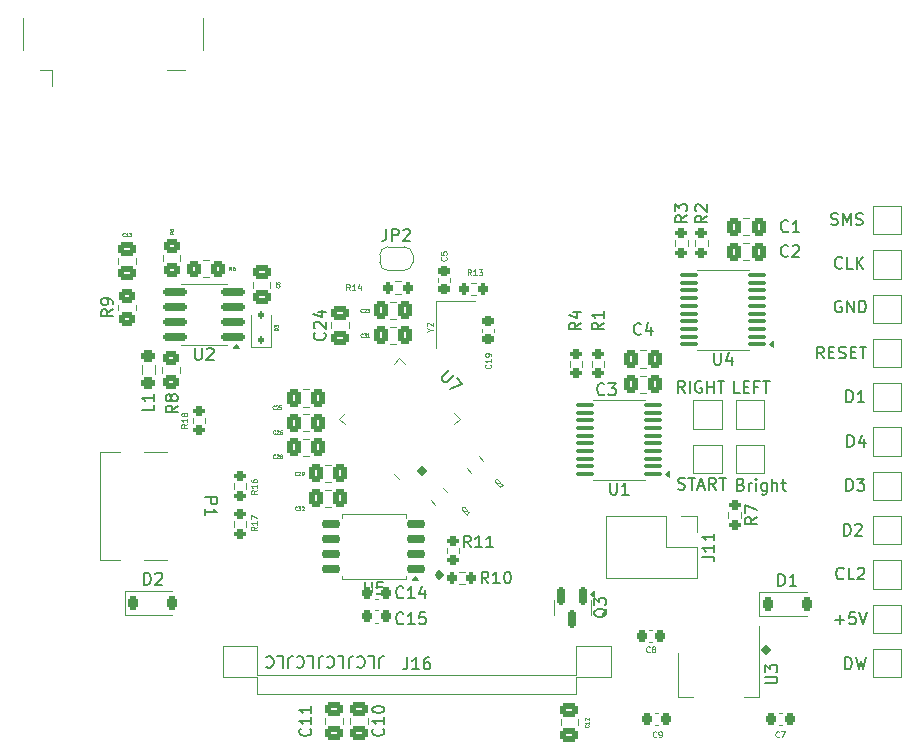
<source format=gbr>
%TF.GenerationSoftware,KiCad,Pcbnew,7.0.11-7.0.11~ubuntu22.04.1*%
%TF.CreationDate,2024-06-30T10:09:10-03:00*%
%TF.ProjectId,Pico_GG_LCD,5069636f-5f47-4475-9f4c-43442e6b6963,rev?*%
%TF.SameCoordinates,Original*%
%TF.FileFunction,Legend,Top*%
%TF.FilePolarity,Positive*%
%FSLAX46Y46*%
G04 Gerber Fmt 4.6, Leading zero omitted, Abs format (unit mm)*
G04 Created by KiCad (PCBNEW 7.0.11-7.0.11~ubuntu22.04.1) date 2024-06-30 10:09:10*
%MOMM*%
%LPD*%
G01*
G04 APERTURE LIST*
G04 Aperture macros list*
%AMRoundRect*
0 Rectangle with rounded corners*
0 $1 Rounding radius*
0 $2 $3 $4 $5 $6 $7 $8 $9 X,Y pos of 4 corners*
0 Add a 4 corners polygon primitive as box body*
4,1,4,$2,$3,$4,$5,$6,$7,$8,$9,$2,$3,0*
0 Add four circle primitives for the rounded corners*
1,1,$1+$1,$2,$3*
1,1,$1+$1,$4,$5*
1,1,$1+$1,$6,$7*
1,1,$1+$1,$8,$9*
0 Add four rect primitives between the rounded corners*
20,1,$1+$1,$2,$3,$4,$5,0*
20,1,$1+$1,$4,$5,$6,$7,0*
20,1,$1+$1,$6,$7,$8,$9,0*
20,1,$1+$1,$8,$9,$2,$3,0*%
%AMFreePoly0*
4,1,19,0.500000,-0.750000,0.000000,-0.750000,0.000000,-0.744911,-0.071157,-0.744911,-0.207708,-0.704816,-0.327430,-0.627875,-0.420627,-0.520320,-0.479746,-0.390866,-0.500000,-0.250000,-0.500000,0.250000,-0.479746,0.390866,-0.420627,0.520320,-0.327430,0.627875,-0.207708,0.704816,-0.071157,0.744911,0.000000,0.744911,0.000000,0.750000,0.500000,0.750000,0.500000,-0.750000,0.500000,-0.750000,
$1*%
%AMFreePoly1*
4,1,19,0.000000,0.744911,0.071157,0.744911,0.207708,0.704816,0.327430,0.627875,0.420627,0.520320,0.479746,0.390866,0.500000,0.250000,0.500000,-0.250000,0.479746,-0.390866,0.420627,-0.520320,0.327430,-0.627875,0.207708,-0.704816,0.071157,-0.744911,0.000000,-0.744911,0.000000,-0.750000,-0.500000,-0.750000,-0.500000,0.750000,0.000000,0.750000,0.000000,0.744911,0.000000,0.744911,
$1*%
G04 Aperture macros list end*
%ADD10C,0.150000*%
%ADD11C,0.300000*%
%ADD12C,0.125000*%
%ADD13C,0.075000*%
%ADD14C,0.120000*%
%ADD15RoundRect,0.250000X-0.475000X0.337500X-0.475000X-0.337500X0.475000X-0.337500X0.475000X0.337500X0*%
%ADD16RoundRect,0.200000X0.275000X-0.200000X0.275000X0.200000X-0.275000X0.200000X-0.275000X-0.200000X0*%
%ADD17RoundRect,0.225000X-0.250000X0.225000X-0.250000X-0.225000X0.250000X-0.225000X0.250000X0.225000X0*%
%ADD18FreePoly0,180.000000*%
%ADD19FreePoly1,180.000000*%
%ADD20RoundRect,0.250000X-0.350000X-0.450000X0.350000X-0.450000X0.350000X0.450000X-0.350000X0.450000X0*%
%ADD21RoundRect,0.200000X-0.200000X-0.275000X0.200000X-0.275000X0.200000X0.275000X-0.200000X0.275000X0*%
%ADD22R,1.500000X2.000000*%
%ADD23R,3.800000X2.000000*%
%ADD24RoundRect,0.250000X0.475000X-0.337500X0.475000X0.337500X-0.475000X0.337500X-0.475000X-0.337500X0*%
%ADD25RoundRect,0.100000X0.637500X0.100000X-0.637500X0.100000X-0.637500X-0.100000X0.637500X-0.100000X0*%
%ADD26R,2.000000X2.000000*%
%ADD27RoundRect,0.200000X-0.275000X0.200000X-0.275000X-0.200000X0.275000X-0.200000X0.275000X0.200000X0*%
%ADD28RoundRect,0.250000X-0.337500X-0.475000X0.337500X-0.475000X0.337500X0.475000X-0.337500X0.475000X0*%
%ADD29RoundRect,0.250000X-0.350000X0.275000X-0.350000X-0.275000X0.350000X-0.275000X0.350000X0.275000X0*%
%ADD30R,0.300000X1.900000*%
%ADD31C,1.800000*%
%ADD32RoundRect,0.200000X0.200000X0.275000X-0.200000X0.275000X-0.200000X-0.275000X0.200000X-0.275000X0*%
%ADD33RoundRect,0.250000X-0.574524X-0.097227X-0.097227X-0.574524X0.574524X0.097227X0.097227X0.574524X0*%
%ADD34RoundRect,0.050000X0.309359X-0.238649X-0.238649X0.309359X-0.309359X0.238649X0.238649X-0.309359X0*%
%ADD35RoundRect,0.050000X0.309359X0.238649X0.238649X0.309359X-0.309359X-0.238649X-0.238649X-0.309359X0*%
%ADD36RoundRect,0.144000X2.059095X0.000000X0.000000X2.059095X-2.059095X0.000000X0.000000X-2.059095X0*%
%ADD37RoundRect,0.225000X-0.225000X-0.375000X0.225000X-0.375000X0.225000X0.375000X-0.225000X0.375000X0*%
%ADD38RoundRect,0.150000X-0.150000X0.587500X-0.150000X-0.587500X0.150000X-0.587500X0.150000X0.587500X0*%
%ADD39R,1.240000X0.600000*%
%ADD40R,1.240000X0.300000*%
%ADD41O,2.100000X1.000000*%
%ADD42O,1.800000X1.000000*%
%ADD43RoundRect,0.225000X0.225000X0.250000X-0.225000X0.250000X-0.225000X-0.250000X0.225000X-0.250000X0*%
%ADD44RoundRect,0.150000X0.650000X0.150000X-0.650000X0.150000X-0.650000X-0.150000X0.650000X-0.150000X0*%
%ADD45RoundRect,0.250000X0.337500X0.475000X-0.337500X0.475000X-0.337500X-0.475000X0.337500X-0.475000X0*%
%ADD46RoundRect,0.250000X0.450000X-0.350000X0.450000X0.350000X-0.450000X0.350000X-0.450000X-0.350000X0*%
%ADD47RoundRect,0.112500X0.112500X-0.187500X0.112500X0.187500X-0.112500X0.187500X-0.112500X-0.187500X0*%
%ADD48RoundRect,0.150000X0.825000X0.150000X-0.825000X0.150000X-0.825000X-0.150000X0.825000X-0.150000X0*%
%ADD49RoundRect,0.225000X-0.225000X-0.250000X0.225000X-0.250000X0.225000X0.250000X-0.225000X0.250000X0*%
%ADD50R,1.200000X1.400000*%
%ADD51R,1.700000X1.700000*%
%ADD52O,1.700000X1.700000*%
%ADD53R,1.800000X2.200000*%
%ADD54R,0.300000X1.250000*%
%ADD55RoundRect,0.250000X-0.450000X0.350000X-0.450000X-0.350000X0.450000X-0.350000X0.450000X0.350000X0*%
G04 APERTURE END LIST*
D10*
X143869048Y-109045180D02*
X143869048Y-108330895D01*
X143869048Y-108330895D02*
X143916667Y-108188038D01*
X143916667Y-108188038D02*
X144011905Y-108092800D01*
X144011905Y-108092800D02*
X144154762Y-108045180D01*
X144154762Y-108045180D02*
X144250000Y-108045180D01*
X142916667Y-108045180D02*
X143392857Y-108045180D01*
X143392857Y-108045180D02*
X143392857Y-109045180D01*
X142011905Y-108140419D02*
X142059524Y-108092800D01*
X142059524Y-108092800D02*
X142202381Y-108045180D01*
X142202381Y-108045180D02*
X142297619Y-108045180D01*
X142297619Y-108045180D02*
X142440476Y-108092800D01*
X142440476Y-108092800D02*
X142535714Y-108188038D01*
X142535714Y-108188038D02*
X142583333Y-108283276D01*
X142583333Y-108283276D02*
X142630952Y-108473752D01*
X142630952Y-108473752D02*
X142630952Y-108616609D01*
X142630952Y-108616609D02*
X142583333Y-108807085D01*
X142583333Y-108807085D02*
X142535714Y-108902323D01*
X142535714Y-108902323D02*
X142440476Y-108997561D01*
X142440476Y-108997561D02*
X142297619Y-109045180D01*
X142297619Y-109045180D02*
X142202381Y-109045180D01*
X142202381Y-109045180D02*
X142059524Y-108997561D01*
X142059524Y-108997561D02*
X142011905Y-108949942D01*
X141297619Y-109045180D02*
X141297619Y-108330895D01*
X141297619Y-108330895D02*
X141345238Y-108188038D01*
X141345238Y-108188038D02*
X141440476Y-108092800D01*
X141440476Y-108092800D02*
X141583333Y-108045180D01*
X141583333Y-108045180D02*
X141678571Y-108045180D01*
X140345238Y-108045180D02*
X140821428Y-108045180D01*
X140821428Y-108045180D02*
X140821428Y-109045180D01*
X139440476Y-108140419D02*
X139488095Y-108092800D01*
X139488095Y-108092800D02*
X139630952Y-108045180D01*
X139630952Y-108045180D02*
X139726190Y-108045180D01*
X139726190Y-108045180D02*
X139869047Y-108092800D01*
X139869047Y-108092800D02*
X139964285Y-108188038D01*
X139964285Y-108188038D02*
X140011904Y-108283276D01*
X140011904Y-108283276D02*
X140059523Y-108473752D01*
X140059523Y-108473752D02*
X140059523Y-108616609D01*
X140059523Y-108616609D02*
X140011904Y-108807085D01*
X140011904Y-108807085D02*
X139964285Y-108902323D01*
X139964285Y-108902323D02*
X139869047Y-108997561D01*
X139869047Y-108997561D02*
X139726190Y-109045180D01*
X139726190Y-109045180D02*
X139630952Y-109045180D01*
X139630952Y-109045180D02*
X139488095Y-108997561D01*
X139488095Y-108997561D02*
X139440476Y-108949942D01*
X138726190Y-109045180D02*
X138726190Y-108330895D01*
X138726190Y-108330895D02*
X138773809Y-108188038D01*
X138773809Y-108188038D02*
X138869047Y-108092800D01*
X138869047Y-108092800D02*
X139011904Y-108045180D01*
X139011904Y-108045180D02*
X139107142Y-108045180D01*
X137773809Y-108045180D02*
X138249999Y-108045180D01*
X138249999Y-108045180D02*
X138249999Y-109045180D01*
X136869047Y-108140419D02*
X136916666Y-108092800D01*
X136916666Y-108092800D02*
X137059523Y-108045180D01*
X137059523Y-108045180D02*
X137154761Y-108045180D01*
X137154761Y-108045180D02*
X137297618Y-108092800D01*
X137297618Y-108092800D02*
X137392856Y-108188038D01*
X137392856Y-108188038D02*
X137440475Y-108283276D01*
X137440475Y-108283276D02*
X137488094Y-108473752D01*
X137488094Y-108473752D02*
X137488094Y-108616609D01*
X137488094Y-108616609D02*
X137440475Y-108807085D01*
X137440475Y-108807085D02*
X137392856Y-108902323D01*
X137392856Y-108902323D02*
X137297618Y-108997561D01*
X137297618Y-108997561D02*
X137154761Y-109045180D01*
X137154761Y-109045180D02*
X137059523Y-109045180D01*
X137059523Y-109045180D02*
X136916666Y-108997561D01*
X136916666Y-108997561D02*
X136869047Y-108949942D01*
X136154761Y-109045180D02*
X136154761Y-108330895D01*
X136154761Y-108330895D02*
X136202380Y-108188038D01*
X136202380Y-108188038D02*
X136297618Y-108092800D01*
X136297618Y-108092800D02*
X136440475Y-108045180D01*
X136440475Y-108045180D02*
X136535713Y-108045180D01*
X135202380Y-108045180D02*
X135678570Y-108045180D01*
X135678570Y-108045180D02*
X135678570Y-109045180D01*
X134297618Y-108140419D02*
X134345237Y-108092800D01*
X134345237Y-108092800D02*
X134488094Y-108045180D01*
X134488094Y-108045180D02*
X134583332Y-108045180D01*
X134583332Y-108045180D02*
X134726189Y-108092800D01*
X134726189Y-108092800D02*
X134821427Y-108188038D01*
X134821427Y-108188038D02*
X134869046Y-108283276D01*
X134869046Y-108283276D02*
X134916665Y-108473752D01*
X134916665Y-108473752D02*
X134916665Y-108616609D01*
X134916665Y-108616609D02*
X134869046Y-108807085D01*
X134869046Y-108807085D02*
X134821427Y-108902323D01*
X134821427Y-108902323D02*
X134726189Y-108997561D01*
X134726189Y-108997561D02*
X134583332Y-109045180D01*
X134583332Y-109045180D02*
X134488094Y-109045180D01*
X134488094Y-109045180D02*
X134345237Y-108997561D01*
X134345237Y-108997561D02*
X134297618Y-108949942D01*
D11*
X176599999Y-107778695D02*
X176361904Y-107540600D01*
X176361904Y-107540600D02*
X176599999Y-107302504D01*
X176599999Y-107302504D02*
X176838095Y-107540600D01*
X176838095Y-107540600D02*
X176599999Y-107778695D01*
X176599999Y-107778695D02*
X176599999Y-107302504D01*
X147228312Y-92388362D02*
X147466408Y-92150267D01*
X147466408Y-92150267D02*
X147704503Y-92388362D01*
X147704503Y-92388362D02*
X147466408Y-92626458D01*
X147466408Y-92626458D02*
X147228312Y-92388362D01*
X147228312Y-92388362D02*
X147704503Y-92388362D01*
X148728312Y-101188362D02*
X148966408Y-100950267D01*
X148966408Y-100950267D02*
X149204503Y-101188362D01*
X149204503Y-101188362D02*
X148966408Y-101426458D01*
X148966408Y-101426458D02*
X148728312Y-101188362D01*
X148728312Y-101188362D02*
X149204503Y-101188362D01*
D10*
X138009580Y-114205357D02*
X138057200Y-114252976D01*
X138057200Y-114252976D02*
X138104819Y-114395833D01*
X138104819Y-114395833D02*
X138104819Y-114491071D01*
X138104819Y-114491071D02*
X138057200Y-114633928D01*
X138057200Y-114633928D02*
X137961961Y-114729166D01*
X137961961Y-114729166D02*
X137866723Y-114776785D01*
X137866723Y-114776785D02*
X137676247Y-114824404D01*
X137676247Y-114824404D02*
X137533390Y-114824404D01*
X137533390Y-114824404D02*
X137342914Y-114776785D01*
X137342914Y-114776785D02*
X137247676Y-114729166D01*
X137247676Y-114729166D02*
X137152438Y-114633928D01*
X137152438Y-114633928D02*
X137104819Y-114491071D01*
X137104819Y-114491071D02*
X137104819Y-114395833D01*
X137104819Y-114395833D02*
X137152438Y-114252976D01*
X137152438Y-114252976D02*
X137200057Y-114205357D01*
X138104819Y-113252976D02*
X138104819Y-113824404D01*
X138104819Y-113538690D02*
X137104819Y-113538690D01*
X137104819Y-113538690D02*
X137247676Y-113633928D01*
X137247676Y-113633928D02*
X137342914Y-113729166D01*
X137342914Y-113729166D02*
X137390533Y-113824404D01*
X138104819Y-112300595D02*
X138104819Y-112872023D01*
X138104819Y-112586309D02*
X137104819Y-112586309D01*
X137104819Y-112586309D02*
X137247676Y-112681547D01*
X137247676Y-112681547D02*
X137342914Y-112776785D01*
X137342914Y-112776785D02*
X137390533Y-112872023D01*
X162854819Y-79816666D02*
X162378628Y-80149999D01*
X162854819Y-80388094D02*
X161854819Y-80388094D01*
X161854819Y-80388094D02*
X161854819Y-80007142D01*
X161854819Y-80007142D02*
X161902438Y-79911904D01*
X161902438Y-79911904D02*
X161950057Y-79864285D01*
X161950057Y-79864285D02*
X162045295Y-79816666D01*
X162045295Y-79816666D02*
X162188152Y-79816666D01*
X162188152Y-79816666D02*
X162283390Y-79864285D01*
X162283390Y-79864285D02*
X162331009Y-79911904D01*
X162331009Y-79911904D02*
X162378628Y-80007142D01*
X162378628Y-80007142D02*
X162378628Y-80388094D01*
X162854819Y-78864285D02*
X162854819Y-79435713D01*
X162854819Y-79149999D02*
X161854819Y-79149999D01*
X161854819Y-79149999D02*
X161997676Y-79245237D01*
X161997676Y-79245237D02*
X162092914Y-79340475D01*
X162092914Y-79340475D02*
X162140533Y-79435713D01*
D12*
X153277190Y-83371428D02*
X153301000Y-83395237D01*
X153301000Y-83395237D02*
X153324809Y-83466666D01*
X153324809Y-83466666D02*
X153324809Y-83514285D01*
X153324809Y-83514285D02*
X153301000Y-83585713D01*
X153301000Y-83585713D02*
X153253380Y-83633332D01*
X153253380Y-83633332D02*
X153205761Y-83657142D01*
X153205761Y-83657142D02*
X153110523Y-83680951D01*
X153110523Y-83680951D02*
X153039095Y-83680951D01*
X153039095Y-83680951D02*
X152943857Y-83657142D01*
X152943857Y-83657142D02*
X152896238Y-83633332D01*
X152896238Y-83633332D02*
X152848619Y-83585713D01*
X152848619Y-83585713D02*
X152824809Y-83514285D01*
X152824809Y-83514285D02*
X152824809Y-83466666D01*
X152824809Y-83466666D02*
X152848619Y-83395237D01*
X152848619Y-83395237D02*
X152872428Y-83371428D01*
X153324809Y-82895237D02*
X153324809Y-83180951D01*
X153324809Y-83038094D02*
X152824809Y-83038094D01*
X152824809Y-83038094D02*
X152896238Y-83085713D01*
X152896238Y-83085713D02*
X152943857Y-83133332D01*
X152943857Y-83133332D02*
X152967666Y-83180951D01*
X153324809Y-82657142D02*
X153324809Y-82561904D01*
X153324809Y-82561904D02*
X153301000Y-82514285D01*
X153301000Y-82514285D02*
X153277190Y-82490476D01*
X153277190Y-82490476D02*
X153205761Y-82442857D01*
X153205761Y-82442857D02*
X153110523Y-82419047D01*
X153110523Y-82419047D02*
X152920047Y-82419047D01*
X152920047Y-82419047D02*
X152872428Y-82442857D01*
X152872428Y-82442857D02*
X152848619Y-82466666D01*
X152848619Y-82466666D02*
X152824809Y-82514285D01*
X152824809Y-82514285D02*
X152824809Y-82609523D01*
X152824809Y-82609523D02*
X152848619Y-82657142D01*
X152848619Y-82657142D02*
X152872428Y-82680952D01*
X152872428Y-82680952D02*
X152920047Y-82704761D01*
X152920047Y-82704761D02*
X153039095Y-82704761D01*
X153039095Y-82704761D02*
X153086714Y-82680952D01*
X153086714Y-82680952D02*
X153110523Y-82657142D01*
X153110523Y-82657142D02*
X153134333Y-82609523D01*
X153134333Y-82609523D02*
X153134333Y-82514285D01*
X153134333Y-82514285D02*
X153110523Y-82466666D01*
X153110523Y-82466666D02*
X153086714Y-82442857D01*
X153086714Y-82442857D02*
X153039095Y-82419047D01*
D10*
X144466666Y-71904819D02*
X144466666Y-72619104D01*
X144466666Y-72619104D02*
X144419047Y-72761961D01*
X144419047Y-72761961D02*
X144323809Y-72857200D01*
X144323809Y-72857200D02*
X144180952Y-72904819D01*
X144180952Y-72904819D02*
X144085714Y-72904819D01*
X144942857Y-72904819D02*
X144942857Y-71904819D01*
X144942857Y-71904819D02*
X145323809Y-71904819D01*
X145323809Y-71904819D02*
X145419047Y-71952438D01*
X145419047Y-71952438D02*
X145466666Y-72000057D01*
X145466666Y-72000057D02*
X145514285Y-72095295D01*
X145514285Y-72095295D02*
X145514285Y-72238152D01*
X145514285Y-72238152D02*
X145466666Y-72333390D01*
X145466666Y-72333390D02*
X145419047Y-72381009D01*
X145419047Y-72381009D02*
X145323809Y-72428628D01*
X145323809Y-72428628D02*
X144942857Y-72428628D01*
X145895238Y-72000057D02*
X145942857Y-71952438D01*
X145942857Y-71952438D02*
X146038095Y-71904819D01*
X146038095Y-71904819D02*
X146276190Y-71904819D01*
X146276190Y-71904819D02*
X146371428Y-71952438D01*
X146371428Y-71952438D02*
X146419047Y-72000057D01*
X146419047Y-72000057D02*
X146466666Y-72095295D01*
X146466666Y-72095295D02*
X146466666Y-72190533D01*
X146466666Y-72190533D02*
X146419047Y-72333390D01*
X146419047Y-72333390D02*
X145847619Y-72904819D01*
X145847619Y-72904819D02*
X146466666Y-72904819D01*
D13*
X131350000Y-75374885D02*
X131250000Y-75232028D01*
X131178571Y-75374885D02*
X131178571Y-75074885D01*
X131178571Y-75074885D02*
X131292857Y-75074885D01*
X131292857Y-75074885D02*
X131321428Y-75089171D01*
X131321428Y-75089171D02*
X131335714Y-75103457D01*
X131335714Y-75103457D02*
X131350000Y-75132028D01*
X131350000Y-75132028D02*
X131350000Y-75174885D01*
X131350000Y-75174885D02*
X131335714Y-75203457D01*
X131335714Y-75203457D02*
X131321428Y-75217742D01*
X131321428Y-75217742D02*
X131292857Y-75232028D01*
X131292857Y-75232028D02*
X131178571Y-75232028D01*
X131607143Y-75074885D02*
X131550000Y-75074885D01*
X131550000Y-75074885D02*
X131521428Y-75089171D01*
X131521428Y-75089171D02*
X131507143Y-75103457D01*
X131507143Y-75103457D02*
X131478571Y-75146314D01*
X131478571Y-75146314D02*
X131464285Y-75203457D01*
X131464285Y-75203457D02*
X131464285Y-75317742D01*
X131464285Y-75317742D02*
X131478571Y-75346314D01*
X131478571Y-75346314D02*
X131492857Y-75360600D01*
X131492857Y-75360600D02*
X131521428Y-75374885D01*
X131521428Y-75374885D02*
X131578571Y-75374885D01*
X131578571Y-75374885D02*
X131607143Y-75360600D01*
X131607143Y-75360600D02*
X131621428Y-75346314D01*
X131621428Y-75346314D02*
X131635714Y-75317742D01*
X131635714Y-75317742D02*
X131635714Y-75246314D01*
X131635714Y-75246314D02*
X131621428Y-75217742D01*
X131621428Y-75217742D02*
X131607143Y-75203457D01*
X131607143Y-75203457D02*
X131578571Y-75189171D01*
X131578571Y-75189171D02*
X131521428Y-75189171D01*
X131521428Y-75189171D02*
X131492857Y-75203457D01*
X131492857Y-75203457D02*
X131478571Y-75217742D01*
X131478571Y-75217742D02*
X131464285Y-75246314D01*
D10*
X153107142Y-101904819D02*
X152773809Y-101428628D01*
X152535714Y-101904819D02*
X152535714Y-100904819D01*
X152535714Y-100904819D02*
X152916666Y-100904819D01*
X152916666Y-100904819D02*
X153011904Y-100952438D01*
X153011904Y-100952438D02*
X153059523Y-101000057D01*
X153059523Y-101000057D02*
X153107142Y-101095295D01*
X153107142Y-101095295D02*
X153107142Y-101238152D01*
X153107142Y-101238152D02*
X153059523Y-101333390D01*
X153059523Y-101333390D02*
X153011904Y-101381009D01*
X153011904Y-101381009D02*
X152916666Y-101428628D01*
X152916666Y-101428628D02*
X152535714Y-101428628D01*
X154059523Y-101904819D02*
X153488095Y-101904819D01*
X153773809Y-101904819D02*
X153773809Y-100904819D01*
X153773809Y-100904819D02*
X153678571Y-101047676D01*
X153678571Y-101047676D02*
X153583333Y-101142914D01*
X153583333Y-101142914D02*
X153488095Y-101190533D01*
X154678571Y-100904819D02*
X154773809Y-100904819D01*
X154773809Y-100904819D02*
X154869047Y-100952438D01*
X154869047Y-100952438D02*
X154916666Y-101000057D01*
X154916666Y-101000057D02*
X154964285Y-101095295D01*
X154964285Y-101095295D02*
X155011904Y-101285771D01*
X155011904Y-101285771D02*
X155011904Y-101523866D01*
X155011904Y-101523866D02*
X154964285Y-101714342D01*
X154964285Y-101714342D02*
X154916666Y-101809580D01*
X154916666Y-101809580D02*
X154869047Y-101857200D01*
X154869047Y-101857200D02*
X154773809Y-101904819D01*
X154773809Y-101904819D02*
X154678571Y-101904819D01*
X154678571Y-101904819D02*
X154583333Y-101857200D01*
X154583333Y-101857200D02*
X154535714Y-101809580D01*
X154535714Y-101809580D02*
X154488095Y-101714342D01*
X154488095Y-101714342D02*
X154440476Y-101523866D01*
X154440476Y-101523866D02*
X154440476Y-101285771D01*
X154440476Y-101285771D02*
X154488095Y-101095295D01*
X154488095Y-101095295D02*
X154535714Y-101000057D01*
X154535714Y-101000057D02*
X154583333Y-100952438D01*
X154583333Y-100952438D02*
X154678571Y-100904819D01*
X151607142Y-98854819D02*
X151273809Y-98378628D01*
X151035714Y-98854819D02*
X151035714Y-97854819D01*
X151035714Y-97854819D02*
X151416666Y-97854819D01*
X151416666Y-97854819D02*
X151511904Y-97902438D01*
X151511904Y-97902438D02*
X151559523Y-97950057D01*
X151559523Y-97950057D02*
X151607142Y-98045295D01*
X151607142Y-98045295D02*
X151607142Y-98188152D01*
X151607142Y-98188152D02*
X151559523Y-98283390D01*
X151559523Y-98283390D02*
X151511904Y-98331009D01*
X151511904Y-98331009D02*
X151416666Y-98378628D01*
X151416666Y-98378628D02*
X151035714Y-98378628D01*
X152559523Y-98854819D02*
X151988095Y-98854819D01*
X152273809Y-98854819D02*
X152273809Y-97854819D01*
X152273809Y-97854819D02*
X152178571Y-97997676D01*
X152178571Y-97997676D02*
X152083333Y-98092914D01*
X152083333Y-98092914D02*
X151988095Y-98140533D01*
X153511904Y-98854819D02*
X152940476Y-98854819D01*
X153226190Y-98854819D02*
X153226190Y-97854819D01*
X153226190Y-97854819D02*
X153130952Y-97997676D01*
X153130952Y-97997676D02*
X153035714Y-98092914D01*
X153035714Y-98092914D02*
X152940476Y-98140533D01*
X176554819Y-110361904D02*
X177364342Y-110361904D01*
X177364342Y-110361904D02*
X177459580Y-110314285D01*
X177459580Y-110314285D02*
X177507200Y-110266666D01*
X177507200Y-110266666D02*
X177554819Y-110171428D01*
X177554819Y-110171428D02*
X177554819Y-109980952D01*
X177554819Y-109980952D02*
X177507200Y-109885714D01*
X177507200Y-109885714D02*
X177459580Y-109838095D01*
X177459580Y-109838095D02*
X177364342Y-109790476D01*
X177364342Y-109790476D02*
X176554819Y-109790476D01*
X176554819Y-109409523D02*
X176554819Y-108790476D01*
X176554819Y-108790476D02*
X176935771Y-109123809D01*
X176935771Y-109123809D02*
X176935771Y-108980952D01*
X176935771Y-108980952D02*
X176983390Y-108885714D01*
X176983390Y-108885714D02*
X177031009Y-108838095D01*
X177031009Y-108838095D02*
X177126247Y-108790476D01*
X177126247Y-108790476D02*
X177364342Y-108790476D01*
X177364342Y-108790476D02*
X177459580Y-108838095D01*
X177459580Y-108838095D02*
X177507200Y-108885714D01*
X177507200Y-108885714D02*
X177554819Y-108980952D01*
X177554819Y-108980952D02*
X177554819Y-109266666D01*
X177554819Y-109266666D02*
X177507200Y-109361904D01*
X177507200Y-109361904D02*
X177459580Y-109409523D01*
D13*
X161556314Y-113892856D02*
X161570600Y-113907142D01*
X161570600Y-113907142D02*
X161584885Y-113949999D01*
X161584885Y-113949999D02*
X161584885Y-113978571D01*
X161584885Y-113978571D02*
X161570600Y-114021428D01*
X161570600Y-114021428D02*
X161542028Y-114049999D01*
X161542028Y-114049999D02*
X161513457Y-114064285D01*
X161513457Y-114064285D02*
X161456314Y-114078571D01*
X161456314Y-114078571D02*
X161413457Y-114078571D01*
X161413457Y-114078571D02*
X161356314Y-114064285D01*
X161356314Y-114064285D02*
X161327742Y-114049999D01*
X161327742Y-114049999D02*
X161299171Y-114021428D01*
X161299171Y-114021428D02*
X161284885Y-113978571D01*
X161284885Y-113978571D02*
X161284885Y-113949999D01*
X161284885Y-113949999D02*
X161299171Y-113907142D01*
X161299171Y-113907142D02*
X161313457Y-113892856D01*
X161584885Y-113607142D02*
X161584885Y-113778571D01*
X161584885Y-113692856D02*
X161284885Y-113692856D01*
X161284885Y-113692856D02*
X161327742Y-113721428D01*
X161327742Y-113721428D02*
X161356314Y-113749999D01*
X161356314Y-113749999D02*
X161370600Y-113778571D01*
X161313457Y-113492857D02*
X161299171Y-113478571D01*
X161299171Y-113478571D02*
X161284885Y-113450000D01*
X161284885Y-113450000D02*
X161284885Y-113378571D01*
X161284885Y-113378571D02*
X161299171Y-113350000D01*
X161299171Y-113350000D02*
X161313457Y-113335714D01*
X161313457Y-113335714D02*
X161342028Y-113321428D01*
X161342028Y-113321428D02*
X161370600Y-113321428D01*
X161370600Y-113321428D02*
X161413457Y-113335714D01*
X161413457Y-113335714D02*
X161584885Y-113507142D01*
X161584885Y-113507142D02*
X161584885Y-113321428D01*
D10*
X163425595Y-93379819D02*
X163425595Y-94189342D01*
X163425595Y-94189342D02*
X163473214Y-94284580D01*
X163473214Y-94284580D02*
X163520833Y-94332200D01*
X163520833Y-94332200D02*
X163616071Y-94379819D01*
X163616071Y-94379819D02*
X163806547Y-94379819D01*
X163806547Y-94379819D02*
X163901785Y-94332200D01*
X163901785Y-94332200D02*
X163949404Y-94284580D01*
X163949404Y-94284580D02*
X163997023Y-94189342D01*
X163997023Y-94189342D02*
X163997023Y-93379819D01*
X164997023Y-94379819D02*
X164425595Y-94379819D01*
X164711309Y-94379819D02*
X164711309Y-93379819D01*
X164711309Y-93379819D02*
X164616071Y-93522676D01*
X164616071Y-93522676D02*
X164520833Y-93617914D01*
X164520833Y-93617914D02*
X164425595Y-93665533D01*
X169173809Y-93907200D02*
X169316666Y-93954819D01*
X169316666Y-93954819D02*
X169554761Y-93954819D01*
X169554761Y-93954819D02*
X169649999Y-93907200D01*
X169649999Y-93907200D02*
X169697618Y-93859580D01*
X169697618Y-93859580D02*
X169745237Y-93764342D01*
X169745237Y-93764342D02*
X169745237Y-93669104D01*
X169745237Y-93669104D02*
X169697618Y-93573866D01*
X169697618Y-93573866D02*
X169649999Y-93526247D01*
X169649999Y-93526247D02*
X169554761Y-93478628D01*
X169554761Y-93478628D02*
X169364285Y-93431009D01*
X169364285Y-93431009D02*
X169269047Y-93383390D01*
X169269047Y-93383390D02*
X169221428Y-93335771D01*
X169221428Y-93335771D02*
X169173809Y-93240533D01*
X169173809Y-93240533D02*
X169173809Y-93145295D01*
X169173809Y-93145295D02*
X169221428Y-93050057D01*
X169221428Y-93050057D02*
X169269047Y-93002438D01*
X169269047Y-93002438D02*
X169364285Y-92954819D01*
X169364285Y-92954819D02*
X169602380Y-92954819D01*
X169602380Y-92954819D02*
X169745237Y-93002438D01*
X170030952Y-92954819D02*
X170602380Y-92954819D01*
X170316666Y-93954819D02*
X170316666Y-92954819D01*
X170888095Y-93669104D02*
X171364285Y-93669104D01*
X170792857Y-93954819D02*
X171126190Y-92954819D01*
X171126190Y-92954819D02*
X171459523Y-93954819D01*
X172364285Y-93954819D02*
X172030952Y-93478628D01*
X171792857Y-93954819D02*
X171792857Y-92954819D01*
X171792857Y-92954819D02*
X172173809Y-92954819D01*
X172173809Y-92954819D02*
X172269047Y-93002438D01*
X172269047Y-93002438D02*
X172316666Y-93050057D01*
X172316666Y-93050057D02*
X172364285Y-93145295D01*
X172364285Y-93145295D02*
X172364285Y-93288152D01*
X172364285Y-93288152D02*
X172316666Y-93383390D01*
X172316666Y-93383390D02*
X172269047Y-93431009D01*
X172269047Y-93431009D02*
X172173809Y-93478628D01*
X172173809Y-93478628D02*
X171792857Y-93478628D01*
X172650000Y-92954819D02*
X173221428Y-92954819D01*
X172935714Y-93954819D02*
X172935714Y-92954819D01*
X169716666Y-85754819D02*
X169383333Y-85278628D01*
X169145238Y-85754819D02*
X169145238Y-84754819D01*
X169145238Y-84754819D02*
X169526190Y-84754819D01*
X169526190Y-84754819D02*
X169621428Y-84802438D01*
X169621428Y-84802438D02*
X169669047Y-84850057D01*
X169669047Y-84850057D02*
X169716666Y-84945295D01*
X169716666Y-84945295D02*
X169716666Y-85088152D01*
X169716666Y-85088152D02*
X169669047Y-85183390D01*
X169669047Y-85183390D02*
X169621428Y-85231009D01*
X169621428Y-85231009D02*
X169526190Y-85278628D01*
X169526190Y-85278628D02*
X169145238Y-85278628D01*
X170145238Y-85754819D02*
X170145238Y-84754819D01*
X171145237Y-84802438D02*
X171049999Y-84754819D01*
X171049999Y-84754819D02*
X170907142Y-84754819D01*
X170907142Y-84754819D02*
X170764285Y-84802438D01*
X170764285Y-84802438D02*
X170669047Y-84897676D01*
X170669047Y-84897676D02*
X170621428Y-84992914D01*
X170621428Y-84992914D02*
X170573809Y-85183390D01*
X170573809Y-85183390D02*
X170573809Y-85326247D01*
X170573809Y-85326247D02*
X170621428Y-85516723D01*
X170621428Y-85516723D02*
X170669047Y-85611961D01*
X170669047Y-85611961D02*
X170764285Y-85707200D01*
X170764285Y-85707200D02*
X170907142Y-85754819D01*
X170907142Y-85754819D02*
X171002380Y-85754819D01*
X171002380Y-85754819D02*
X171145237Y-85707200D01*
X171145237Y-85707200D02*
X171192856Y-85659580D01*
X171192856Y-85659580D02*
X171192856Y-85326247D01*
X171192856Y-85326247D02*
X171002380Y-85326247D01*
X171621428Y-85754819D02*
X171621428Y-84754819D01*
X171621428Y-85231009D02*
X172192856Y-85231009D01*
X172192856Y-85754819D02*
X172192856Y-84754819D01*
X172526190Y-84754819D02*
X173097618Y-84754819D01*
X172811904Y-85754819D02*
X172811904Y-84754819D01*
X169904819Y-70741666D02*
X169428628Y-71074999D01*
X169904819Y-71313094D02*
X168904819Y-71313094D01*
X168904819Y-71313094D02*
X168904819Y-70932142D01*
X168904819Y-70932142D02*
X168952438Y-70836904D01*
X168952438Y-70836904D02*
X169000057Y-70789285D01*
X169000057Y-70789285D02*
X169095295Y-70741666D01*
X169095295Y-70741666D02*
X169238152Y-70741666D01*
X169238152Y-70741666D02*
X169333390Y-70789285D01*
X169333390Y-70789285D02*
X169381009Y-70836904D01*
X169381009Y-70836904D02*
X169428628Y-70932142D01*
X169428628Y-70932142D02*
X169428628Y-71313094D01*
X168904819Y-70408332D02*
X168904819Y-69789285D01*
X168904819Y-69789285D02*
X169285771Y-70122618D01*
X169285771Y-70122618D02*
X169285771Y-69979761D01*
X169285771Y-69979761D02*
X169333390Y-69884523D01*
X169333390Y-69884523D02*
X169381009Y-69836904D01*
X169381009Y-69836904D02*
X169476247Y-69789285D01*
X169476247Y-69789285D02*
X169714342Y-69789285D01*
X169714342Y-69789285D02*
X169809580Y-69836904D01*
X169809580Y-69836904D02*
X169857200Y-69884523D01*
X169857200Y-69884523D02*
X169904819Y-69979761D01*
X169904819Y-69979761D02*
X169904819Y-70265475D01*
X169904819Y-70265475D02*
X169857200Y-70360713D01*
X169857200Y-70360713D02*
X169809580Y-70408332D01*
X175834819Y-96291666D02*
X175358628Y-96624999D01*
X175834819Y-96863094D02*
X174834819Y-96863094D01*
X174834819Y-96863094D02*
X174834819Y-96482142D01*
X174834819Y-96482142D02*
X174882438Y-96386904D01*
X174882438Y-96386904D02*
X174930057Y-96339285D01*
X174930057Y-96339285D02*
X175025295Y-96291666D01*
X175025295Y-96291666D02*
X175168152Y-96291666D01*
X175168152Y-96291666D02*
X175263390Y-96339285D01*
X175263390Y-96339285D02*
X175311009Y-96386904D01*
X175311009Y-96386904D02*
X175358628Y-96482142D01*
X175358628Y-96482142D02*
X175358628Y-96863094D01*
X174834819Y-95958332D02*
X174834819Y-95291666D01*
X174834819Y-95291666D02*
X175834819Y-95720237D01*
X166033333Y-80759580D02*
X165985714Y-80807200D01*
X165985714Y-80807200D02*
X165842857Y-80854819D01*
X165842857Y-80854819D02*
X165747619Y-80854819D01*
X165747619Y-80854819D02*
X165604762Y-80807200D01*
X165604762Y-80807200D02*
X165509524Y-80711961D01*
X165509524Y-80711961D02*
X165461905Y-80616723D01*
X165461905Y-80616723D02*
X165414286Y-80426247D01*
X165414286Y-80426247D02*
X165414286Y-80283390D01*
X165414286Y-80283390D02*
X165461905Y-80092914D01*
X165461905Y-80092914D02*
X165509524Y-79997676D01*
X165509524Y-79997676D02*
X165604762Y-79902438D01*
X165604762Y-79902438D02*
X165747619Y-79854819D01*
X165747619Y-79854819D02*
X165842857Y-79854819D01*
X165842857Y-79854819D02*
X165985714Y-79902438D01*
X165985714Y-79902438D02*
X166033333Y-79950057D01*
X166890476Y-80188152D02*
X166890476Y-80854819D01*
X166652381Y-79807200D02*
X166414286Y-80521485D01*
X166414286Y-80521485D02*
X167033333Y-80521485D01*
X124754819Y-86756666D02*
X124754819Y-87232856D01*
X124754819Y-87232856D02*
X123754819Y-87232856D01*
X124754819Y-85899523D02*
X124754819Y-86470951D01*
X124754819Y-86185237D02*
X123754819Y-86185237D01*
X123754819Y-86185237D02*
X123897676Y-86280475D01*
X123897676Y-86280475D02*
X123992914Y-86375713D01*
X123992914Y-86375713D02*
X124040533Y-86470951D01*
D13*
X142457143Y-81006314D02*
X142442857Y-81020600D01*
X142442857Y-81020600D02*
X142400000Y-81034885D01*
X142400000Y-81034885D02*
X142371428Y-81034885D01*
X142371428Y-81034885D02*
X142328571Y-81020600D01*
X142328571Y-81020600D02*
X142300000Y-80992028D01*
X142300000Y-80992028D02*
X142285714Y-80963457D01*
X142285714Y-80963457D02*
X142271428Y-80906314D01*
X142271428Y-80906314D02*
X142271428Y-80863457D01*
X142271428Y-80863457D02*
X142285714Y-80806314D01*
X142285714Y-80806314D02*
X142300000Y-80777742D01*
X142300000Y-80777742D02*
X142328571Y-80749171D01*
X142328571Y-80749171D02*
X142371428Y-80734885D01*
X142371428Y-80734885D02*
X142400000Y-80734885D01*
X142400000Y-80734885D02*
X142442857Y-80749171D01*
X142442857Y-80749171D02*
X142457143Y-80763457D01*
X142557143Y-80734885D02*
X142742857Y-80734885D01*
X142742857Y-80734885D02*
X142642857Y-80849171D01*
X142642857Y-80849171D02*
X142685714Y-80849171D01*
X142685714Y-80849171D02*
X142714286Y-80863457D01*
X142714286Y-80863457D02*
X142728571Y-80877742D01*
X142728571Y-80877742D02*
X142742857Y-80906314D01*
X142742857Y-80906314D02*
X142742857Y-80977742D01*
X142742857Y-80977742D02*
X142728571Y-81006314D01*
X142728571Y-81006314D02*
X142714286Y-81020600D01*
X142714286Y-81020600D02*
X142685714Y-81034885D01*
X142685714Y-81034885D02*
X142600000Y-81034885D01*
X142600000Y-81034885D02*
X142571428Y-81020600D01*
X142571428Y-81020600D02*
X142557143Y-81006314D01*
X143028571Y-81034885D02*
X142857142Y-81034885D01*
X142942857Y-81034885D02*
X142942857Y-80734885D01*
X142942857Y-80734885D02*
X142914285Y-80777742D01*
X142914285Y-80777742D02*
X142885714Y-80806314D01*
X142885714Y-80806314D02*
X142857142Y-80820600D01*
D10*
X172225595Y-82379819D02*
X172225595Y-83189342D01*
X172225595Y-83189342D02*
X172273214Y-83284580D01*
X172273214Y-83284580D02*
X172320833Y-83332200D01*
X172320833Y-83332200D02*
X172416071Y-83379819D01*
X172416071Y-83379819D02*
X172606547Y-83379819D01*
X172606547Y-83379819D02*
X172701785Y-83332200D01*
X172701785Y-83332200D02*
X172749404Y-83284580D01*
X172749404Y-83284580D02*
X172797023Y-83189342D01*
X172797023Y-83189342D02*
X172797023Y-82379819D01*
X173701785Y-82713152D02*
X173701785Y-83379819D01*
X173463690Y-82332200D02*
X173225595Y-83046485D01*
X173225595Y-83046485D02*
X173844642Y-83046485D01*
X182464286Y-104973866D02*
X183226191Y-104973866D01*
X182845238Y-105354819D02*
X182845238Y-104592914D01*
X184178571Y-104354819D02*
X183702381Y-104354819D01*
X183702381Y-104354819D02*
X183654762Y-104831009D01*
X183654762Y-104831009D02*
X183702381Y-104783390D01*
X183702381Y-104783390D02*
X183797619Y-104735771D01*
X183797619Y-104735771D02*
X184035714Y-104735771D01*
X184035714Y-104735771D02*
X184130952Y-104783390D01*
X184130952Y-104783390D02*
X184178571Y-104831009D01*
X184178571Y-104831009D02*
X184226190Y-104926247D01*
X184226190Y-104926247D02*
X184226190Y-105164342D01*
X184226190Y-105164342D02*
X184178571Y-105259580D01*
X184178571Y-105259580D02*
X184130952Y-105307200D01*
X184130952Y-105307200D02*
X184035714Y-105354819D01*
X184035714Y-105354819D02*
X183797619Y-105354819D01*
X183797619Y-105354819D02*
X183702381Y-105307200D01*
X183702381Y-105307200D02*
X183654762Y-105259580D01*
X184511905Y-104354819D02*
X184845238Y-105354819D01*
X184845238Y-105354819D02*
X185178571Y-104354819D01*
D12*
X149534198Y-74271696D02*
X149558008Y-74295505D01*
X149558008Y-74295505D02*
X149581817Y-74366934D01*
X149581817Y-74366934D02*
X149581817Y-74414553D01*
X149581817Y-74414553D02*
X149558008Y-74485981D01*
X149558008Y-74485981D02*
X149510388Y-74533600D01*
X149510388Y-74533600D02*
X149462769Y-74557410D01*
X149462769Y-74557410D02*
X149367531Y-74581219D01*
X149367531Y-74581219D02*
X149296103Y-74581219D01*
X149296103Y-74581219D02*
X149200865Y-74557410D01*
X149200865Y-74557410D02*
X149153246Y-74533600D01*
X149153246Y-74533600D02*
X149105627Y-74485981D01*
X149105627Y-74485981D02*
X149081817Y-74414553D01*
X149081817Y-74414553D02*
X149081817Y-74366934D01*
X149081817Y-74366934D02*
X149105627Y-74295505D01*
X149105627Y-74295505D02*
X149129436Y-74271696D01*
X149081817Y-73819315D02*
X149081817Y-74057410D01*
X149081817Y-74057410D02*
X149319912Y-74081219D01*
X149319912Y-74081219D02*
X149296103Y-74057410D01*
X149296103Y-74057410D02*
X149272293Y-74009791D01*
X149272293Y-74009791D02*
X149272293Y-73890743D01*
X149272293Y-73890743D02*
X149296103Y-73843124D01*
X149296103Y-73843124D02*
X149319912Y-73819315D01*
X149319912Y-73819315D02*
X149367531Y-73795505D01*
X149367531Y-73795505D02*
X149486579Y-73795505D01*
X149486579Y-73795505D02*
X149534198Y-73819315D01*
X149534198Y-73819315D02*
X149558008Y-73843124D01*
X149558008Y-73843124D02*
X149581817Y-73890743D01*
X149581817Y-73890743D02*
X149581817Y-74009791D01*
X149581817Y-74009791D02*
X149558008Y-74057410D01*
X149558008Y-74057410D02*
X149534198Y-74081219D01*
X141378571Y-77074809D02*
X141211905Y-76836714D01*
X141092857Y-77074809D02*
X141092857Y-76574809D01*
X141092857Y-76574809D02*
X141283333Y-76574809D01*
X141283333Y-76574809D02*
X141330952Y-76598619D01*
X141330952Y-76598619D02*
X141354762Y-76622428D01*
X141354762Y-76622428D02*
X141378571Y-76670047D01*
X141378571Y-76670047D02*
X141378571Y-76741476D01*
X141378571Y-76741476D02*
X141354762Y-76789095D01*
X141354762Y-76789095D02*
X141330952Y-76812904D01*
X141330952Y-76812904D02*
X141283333Y-76836714D01*
X141283333Y-76836714D02*
X141092857Y-76836714D01*
X141854762Y-77074809D02*
X141569048Y-77074809D01*
X141711905Y-77074809D02*
X141711905Y-76574809D01*
X141711905Y-76574809D02*
X141664286Y-76646238D01*
X141664286Y-76646238D02*
X141616667Y-76693857D01*
X141616667Y-76693857D02*
X141569048Y-76717666D01*
X142283333Y-76741476D02*
X142283333Y-77074809D01*
X142164285Y-76551000D02*
X142045238Y-76908142D01*
X142045238Y-76908142D02*
X142354761Y-76908142D01*
D13*
X153738454Y-93338805D02*
X153718251Y-93338805D01*
X153718251Y-93338805D02*
X153677844Y-93318602D01*
X153677844Y-93318602D02*
X153657641Y-93298399D01*
X153657641Y-93298399D02*
X153637438Y-93257992D01*
X153637438Y-93257992D02*
X153637438Y-93217586D01*
X153637438Y-93217586D02*
X153647540Y-93187282D01*
X153647540Y-93187282D02*
X153677844Y-93136774D01*
X153677844Y-93136774D02*
X153708149Y-93106470D01*
X153708149Y-93106470D02*
X153758657Y-93076165D01*
X153758657Y-93076165D02*
X153788961Y-93066063D01*
X153788961Y-93066063D02*
X153829367Y-93066063D01*
X153829367Y-93066063D02*
X153869773Y-93086267D01*
X153869773Y-93086267D02*
X153889976Y-93106470D01*
X153889976Y-93106470D02*
X153910179Y-93146876D01*
X153910179Y-93146876D02*
X153910179Y-93167079D01*
X153990992Y-93247891D02*
X154011195Y-93247891D01*
X154011195Y-93247891D02*
X154041499Y-93257992D01*
X154041499Y-93257992D02*
X154092007Y-93308500D01*
X154092007Y-93308500D02*
X154102108Y-93338805D01*
X154102108Y-93338805D02*
X154102108Y-93359008D01*
X154102108Y-93359008D02*
X154092007Y-93389312D01*
X154092007Y-93389312D02*
X154071804Y-93409515D01*
X154071804Y-93409515D02*
X154031398Y-93429718D01*
X154031398Y-93429718D02*
X153788961Y-93429718D01*
X153788961Y-93429718D02*
X153920281Y-93561038D01*
X154193022Y-93449921D02*
X154213225Y-93449921D01*
X154213225Y-93449921D02*
X154243530Y-93460023D01*
X154243530Y-93460023D02*
X154294037Y-93510530D01*
X154294037Y-93510530D02*
X154304139Y-93540835D01*
X154304139Y-93540835D02*
X154304139Y-93561038D01*
X154304139Y-93561038D02*
X154294037Y-93591343D01*
X154294037Y-93591343D02*
X154273834Y-93611546D01*
X154273834Y-93611546D02*
X154233428Y-93631749D01*
X154233428Y-93631749D02*
X153990991Y-93631749D01*
X153990991Y-93631749D02*
X154122311Y-93763069D01*
D10*
X160954819Y-79816666D02*
X160478628Y-80149999D01*
X160954819Y-80388094D02*
X159954819Y-80388094D01*
X159954819Y-80388094D02*
X159954819Y-80007142D01*
X159954819Y-80007142D02*
X160002438Y-79911904D01*
X160002438Y-79911904D02*
X160050057Y-79864285D01*
X160050057Y-79864285D02*
X160145295Y-79816666D01*
X160145295Y-79816666D02*
X160288152Y-79816666D01*
X160288152Y-79816666D02*
X160383390Y-79864285D01*
X160383390Y-79864285D02*
X160431009Y-79911904D01*
X160431009Y-79911904D02*
X160478628Y-80007142D01*
X160478628Y-80007142D02*
X160478628Y-80388094D01*
X160288152Y-78959523D02*
X160954819Y-78959523D01*
X159907200Y-79197618D02*
X160621485Y-79435713D01*
X160621485Y-79435713D02*
X160621485Y-78816666D01*
X149753761Y-83866662D02*
X149181341Y-84439082D01*
X149181341Y-84439082D02*
X149147669Y-84540097D01*
X149147669Y-84540097D02*
X149147669Y-84607441D01*
X149147669Y-84607441D02*
X149181341Y-84708456D01*
X149181341Y-84708456D02*
X149316028Y-84843143D01*
X149316028Y-84843143D02*
X149417043Y-84876815D01*
X149417043Y-84876815D02*
X149484387Y-84876815D01*
X149484387Y-84876815D02*
X149585402Y-84843143D01*
X149585402Y-84843143D02*
X150157822Y-84270723D01*
X150427196Y-84540097D02*
X150898600Y-85011502D01*
X150898600Y-85011502D02*
X149888448Y-85415563D01*
X183411905Y-94054819D02*
X183411905Y-93054819D01*
X183411905Y-93054819D02*
X183650000Y-93054819D01*
X183650000Y-93054819D02*
X183792857Y-93102438D01*
X183792857Y-93102438D02*
X183888095Y-93197676D01*
X183888095Y-93197676D02*
X183935714Y-93292914D01*
X183935714Y-93292914D02*
X183983333Y-93483390D01*
X183983333Y-93483390D02*
X183983333Y-93626247D01*
X183983333Y-93626247D02*
X183935714Y-93816723D01*
X183935714Y-93816723D02*
X183888095Y-93911961D01*
X183888095Y-93911961D02*
X183792857Y-94007200D01*
X183792857Y-94007200D02*
X183650000Y-94054819D01*
X183650000Y-94054819D02*
X183411905Y-94054819D01*
X184316667Y-93054819D02*
X184935714Y-93054819D01*
X184935714Y-93054819D02*
X184602381Y-93435771D01*
X184602381Y-93435771D02*
X184745238Y-93435771D01*
X184745238Y-93435771D02*
X184840476Y-93483390D01*
X184840476Y-93483390D02*
X184888095Y-93531009D01*
X184888095Y-93531009D02*
X184935714Y-93626247D01*
X184935714Y-93626247D02*
X184935714Y-93864342D01*
X184935714Y-93864342D02*
X184888095Y-93959580D01*
X184888095Y-93959580D02*
X184840476Y-94007200D01*
X184840476Y-94007200D02*
X184745238Y-94054819D01*
X184745238Y-94054819D02*
X184459524Y-94054819D01*
X184459524Y-94054819D02*
X184364286Y-94007200D01*
X184364286Y-94007200D02*
X184316667Y-93959580D01*
X123961905Y-102004819D02*
X123961905Y-101004819D01*
X123961905Y-101004819D02*
X124200000Y-101004819D01*
X124200000Y-101004819D02*
X124342857Y-101052438D01*
X124342857Y-101052438D02*
X124438095Y-101147676D01*
X124438095Y-101147676D02*
X124485714Y-101242914D01*
X124485714Y-101242914D02*
X124533333Y-101433390D01*
X124533333Y-101433390D02*
X124533333Y-101576247D01*
X124533333Y-101576247D02*
X124485714Y-101766723D01*
X124485714Y-101766723D02*
X124438095Y-101861961D01*
X124438095Y-101861961D02*
X124342857Y-101957200D01*
X124342857Y-101957200D02*
X124200000Y-102004819D01*
X124200000Y-102004819D02*
X123961905Y-102004819D01*
X124914286Y-101100057D02*
X124961905Y-101052438D01*
X124961905Y-101052438D02*
X125057143Y-101004819D01*
X125057143Y-101004819D02*
X125295238Y-101004819D01*
X125295238Y-101004819D02*
X125390476Y-101052438D01*
X125390476Y-101052438D02*
X125438095Y-101100057D01*
X125438095Y-101100057D02*
X125485714Y-101195295D01*
X125485714Y-101195295D02*
X125485714Y-101290533D01*
X125485714Y-101290533D02*
X125438095Y-101433390D01*
X125438095Y-101433390D02*
X124866667Y-102004819D01*
X124866667Y-102004819D02*
X125485714Y-102004819D01*
X144189580Y-114205357D02*
X144237200Y-114252976D01*
X144237200Y-114252976D02*
X144284819Y-114395833D01*
X144284819Y-114395833D02*
X144284819Y-114491071D01*
X144284819Y-114491071D02*
X144237200Y-114633928D01*
X144237200Y-114633928D02*
X144141961Y-114729166D01*
X144141961Y-114729166D02*
X144046723Y-114776785D01*
X144046723Y-114776785D02*
X143856247Y-114824404D01*
X143856247Y-114824404D02*
X143713390Y-114824404D01*
X143713390Y-114824404D02*
X143522914Y-114776785D01*
X143522914Y-114776785D02*
X143427676Y-114729166D01*
X143427676Y-114729166D02*
X143332438Y-114633928D01*
X143332438Y-114633928D02*
X143284819Y-114491071D01*
X143284819Y-114491071D02*
X143284819Y-114395833D01*
X143284819Y-114395833D02*
X143332438Y-114252976D01*
X143332438Y-114252976D02*
X143380057Y-114205357D01*
X144284819Y-113252976D02*
X144284819Y-113824404D01*
X144284819Y-113538690D02*
X143284819Y-113538690D01*
X143284819Y-113538690D02*
X143427676Y-113633928D01*
X143427676Y-113633928D02*
X143522914Y-113729166D01*
X143522914Y-113729166D02*
X143570533Y-113824404D01*
X143284819Y-112633928D02*
X143284819Y-112538690D01*
X143284819Y-112538690D02*
X143332438Y-112443452D01*
X143332438Y-112443452D02*
X143380057Y-112395833D01*
X143380057Y-112395833D02*
X143475295Y-112348214D01*
X143475295Y-112348214D02*
X143665771Y-112300595D01*
X143665771Y-112300595D02*
X143903866Y-112300595D01*
X143903866Y-112300595D02*
X144094342Y-112348214D01*
X144094342Y-112348214D02*
X144189580Y-112395833D01*
X144189580Y-112395833D02*
X144237200Y-112443452D01*
X144237200Y-112443452D02*
X144284819Y-112538690D01*
X144284819Y-112538690D02*
X144284819Y-112633928D01*
X144284819Y-112633928D02*
X144237200Y-112729166D01*
X144237200Y-112729166D02*
X144189580Y-112776785D01*
X144189580Y-112776785D02*
X144094342Y-112824404D01*
X144094342Y-112824404D02*
X143903866Y-112872023D01*
X143903866Y-112872023D02*
X143665771Y-112872023D01*
X143665771Y-112872023D02*
X143475295Y-112824404D01*
X143475295Y-112824404D02*
X143380057Y-112776785D01*
X143380057Y-112776785D02*
X143332438Y-112729166D01*
X143332438Y-112729166D02*
X143284819Y-112633928D01*
D13*
X135406314Y-76674999D02*
X135420600Y-76689285D01*
X135420600Y-76689285D02*
X135434885Y-76732142D01*
X135434885Y-76732142D02*
X135434885Y-76760714D01*
X135434885Y-76760714D02*
X135420600Y-76803571D01*
X135420600Y-76803571D02*
X135392028Y-76832142D01*
X135392028Y-76832142D02*
X135363457Y-76846428D01*
X135363457Y-76846428D02*
X135306314Y-76860714D01*
X135306314Y-76860714D02*
X135263457Y-76860714D01*
X135263457Y-76860714D02*
X135206314Y-76846428D01*
X135206314Y-76846428D02*
X135177742Y-76832142D01*
X135177742Y-76832142D02*
X135149171Y-76803571D01*
X135149171Y-76803571D02*
X135134885Y-76760714D01*
X135134885Y-76760714D02*
X135134885Y-76732142D01*
X135134885Y-76732142D02*
X135149171Y-76689285D01*
X135149171Y-76689285D02*
X135163457Y-76674999D01*
X135134885Y-76417857D02*
X135134885Y-76474999D01*
X135134885Y-76474999D02*
X135149171Y-76503571D01*
X135149171Y-76503571D02*
X135163457Y-76517857D01*
X135163457Y-76517857D02*
X135206314Y-76546428D01*
X135206314Y-76546428D02*
X135263457Y-76560714D01*
X135263457Y-76560714D02*
X135377742Y-76560714D01*
X135377742Y-76560714D02*
X135406314Y-76546428D01*
X135406314Y-76546428D02*
X135420600Y-76532142D01*
X135420600Y-76532142D02*
X135434885Y-76503571D01*
X135434885Y-76503571D02*
X135434885Y-76446428D01*
X135434885Y-76446428D02*
X135420600Y-76417857D01*
X135420600Y-76417857D02*
X135406314Y-76403571D01*
X135406314Y-76403571D02*
X135377742Y-76389285D01*
X135377742Y-76389285D02*
X135306314Y-76389285D01*
X135306314Y-76389285D02*
X135277742Y-76403571D01*
X135277742Y-76403571D02*
X135263457Y-76417857D01*
X135263457Y-76417857D02*
X135249171Y-76446428D01*
X135249171Y-76446428D02*
X135249171Y-76503571D01*
X135249171Y-76503571D02*
X135263457Y-76532142D01*
X135263457Y-76532142D02*
X135277742Y-76546428D01*
X135277742Y-76546428D02*
X135306314Y-76560714D01*
D10*
X174483333Y-93531009D02*
X174626190Y-93578628D01*
X174626190Y-93578628D02*
X174673809Y-93626247D01*
X174673809Y-93626247D02*
X174721428Y-93721485D01*
X174721428Y-93721485D02*
X174721428Y-93864342D01*
X174721428Y-93864342D02*
X174673809Y-93959580D01*
X174673809Y-93959580D02*
X174626190Y-94007200D01*
X174626190Y-94007200D02*
X174530952Y-94054819D01*
X174530952Y-94054819D02*
X174150000Y-94054819D01*
X174150000Y-94054819D02*
X174150000Y-93054819D01*
X174150000Y-93054819D02*
X174483333Y-93054819D01*
X174483333Y-93054819D02*
X174578571Y-93102438D01*
X174578571Y-93102438D02*
X174626190Y-93150057D01*
X174626190Y-93150057D02*
X174673809Y-93245295D01*
X174673809Y-93245295D02*
X174673809Y-93340533D01*
X174673809Y-93340533D02*
X174626190Y-93435771D01*
X174626190Y-93435771D02*
X174578571Y-93483390D01*
X174578571Y-93483390D02*
X174483333Y-93531009D01*
X174483333Y-93531009D02*
X174150000Y-93531009D01*
X175150000Y-94054819D02*
X175150000Y-93388152D01*
X175150000Y-93578628D02*
X175197619Y-93483390D01*
X175197619Y-93483390D02*
X175245238Y-93435771D01*
X175245238Y-93435771D02*
X175340476Y-93388152D01*
X175340476Y-93388152D02*
X175435714Y-93388152D01*
X175769048Y-94054819D02*
X175769048Y-93388152D01*
X175769048Y-93054819D02*
X175721429Y-93102438D01*
X175721429Y-93102438D02*
X175769048Y-93150057D01*
X175769048Y-93150057D02*
X175816667Y-93102438D01*
X175816667Y-93102438D02*
X175769048Y-93054819D01*
X175769048Y-93054819D02*
X175769048Y-93150057D01*
X176673809Y-93388152D02*
X176673809Y-94197676D01*
X176673809Y-94197676D02*
X176626190Y-94292914D01*
X176626190Y-94292914D02*
X176578571Y-94340533D01*
X176578571Y-94340533D02*
X176483333Y-94388152D01*
X176483333Y-94388152D02*
X176340476Y-94388152D01*
X176340476Y-94388152D02*
X176245238Y-94340533D01*
X176673809Y-94007200D02*
X176578571Y-94054819D01*
X176578571Y-94054819D02*
X176388095Y-94054819D01*
X176388095Y-94054819D02*
X176292857Y-94007200D01*
X176292857Y-94007200D02*
X176245238Y-93959580D01*
X176245238Y-93959580D02*
X176197619Y-93864342D01*
X176197619Y-93864342D02*
X176197619Y-93578628D01*
X176197619Y-93578628D02*
X176245238Y-93483390D01*
X176245238Y-93483390D02*
X176292857Y-93435771D01*
X176292857Y-93435771D02*
X176388095Y-93388152D01*
X176388095Y-93388152D02*
X176578571Y-93388152D01*
X176578571Y-93388152D02*
X176673809Y-93435771D01*
X177150000Y-94054819D02*
X177150000Y-93054819D01*
X177578571Y-94054819D02*
X177578571Y-93531009D01*
X177578571Y-93531009D02*
X177530952Y-93435771D01*
X177530952Y-93435771D02*
X177435714Y-93388152D01*
X177435714Y-93388152D02*
X177292857Y-93388152D01*
X177292857Y-93388152D02*
X177197619Y-93435771D01*
X177197619Y-93435771D02*
X177150000Y-93483390D01*
X177911905Y-93388152D02*
X178292857Y-93388152D01*
X178054762Y-93054819D02*
X178054762Y-93911961D01*
X178054762Y-93911961D02*
X178102381Y-94007200D01*
X178102381Y-94007200D02*
X178197619Y-94054819D01*
X178197619Y-94054819D02*
X178292857Y-94054819D01*
D13*
X136907143Y-95656314D02*
X136892857Y-95670600D01*
X136892857Y-95670600D02*
X136850000Y-95684885D01*
X136850000Y-95684885D02*
X136821428Y-95684885D01*
X136821428Y-95684885D02*
X136778571Y-95670600D01*
X136778571Y-95670600D02*
X136750000Y-95642028D01*
X136750000Y-95642028D02*
X136735714Y-95613457D01*
X136735714Y-95613457D02*
X136721428Y-95556314D01*
X136721428Y-95556314D02*
X136721428Y-95513457D01*
X136721428Y-95513457D02*
X136735714Y-95456314D01*
X136735714Y-95456314D02*
X136750000Y-95427742D01*
X136750000Y-95427742D02*
X136778571Y-95399171D01*
X136778571Y-95399171D02*
X136821428Y-95384885D01*
X136821428Y-95384885D02*
X136850000Y-95384885D01*
X136850000Y-95384885D02*
X136892857Y-95399171D01*
X136892857Y-95399171D02*
X136907143Y-95413457D01*
X137007143Y-95384885D02*
X137192857Y-95384885D01*
X137192857Y-95384885D02*
X137092857Y-95499171D01*
X137092857Y-95499171D02*
X137135714Y-95499171D01*
X137135714Y-95499171D02*
X137164286Y-95513457D01*
X137164286Y-95513457D02*
X137178571Y-95527742D01*
X137178571Y-95527742D02*
X137192857Y-95556314D01*
X137192857Y-95556314D02*
X137192857Y-95627742D01*
X137192857Y-95627742D02*
X137178571Y-95656314D01*
X137178571Y-95656314D02*
X137164286Y-95670600D01*
X137164286Y-95670600D02*
X137135714Y-95684885D01*
X137135714Y-95684885D02*
X137050000Y-95684885D01*
X137050000Y-95684885D02*
X137021428Y-95670600D01*
X137021428Y-95670600D02*
X137007143Y-95656314D01*
X137307142Y-95413457D02*
X137321428Y-95399171D01*
X137321428Y-95399171D02*
X137350000Y-95384885D01*
X137350000Y-95384885D02*
X137421428Y-95384885D01*
X137421428Y-95384885D02*
X137450000Y-95399171D01*
X137450000Y-95399171D02*
X137464285Y-95413457D01*
X137464285Y-95413457D02*
X137478571Y-95442028D01*
X137478571Y-95442028D02*
X137478571Y-95470600D01*
X137478571Y-95470600D02*
X137464285Y-95513457D01*
X137464285Y-95513457D02*
X137292857Y-95684885D01*
X137292857Y-95684885D02*
X137478571Y-95684885D01*
D10*
X163150057Y-104032738D02*
X163102438Y-104127976D01*
X163102438Y-104127976D02*
X163007200Y-104223214D01*
X163007200Y-104223214D02*
X162864342Y-104366071D01*
X162864342Y-104366071D02*
X162816723Y-104461309D01*
X162816723Y-104461309D02*
X162816723Y-104556547D01*
X163054819Y-104508928D02*
X163007200Y-104604166D01*
X163007200Y-104604166D02*
X162911961Y-104699404D01*
X162911961Y-104699404D02*
X162721485Y-104747023D01*
X162721485Y-104747023D02*
X162388152Y-104747023D01*
X162388152Y-104747023D02*
X162197676Y-104699404D01*
X162197676Y-104699404D02*
X162102438Y-104604166D01*
X162102438Y-104604166D02*
X162054819Y-104508928D01*
X162054819Y-104508928D02*
X162054819Y-104318452D01*
X162054819Y-104318452D02*
X162102438Y-104223214D01*
X162102438Y-104223214D02*
X162197676Y-104127976D01*
X162197676Y-104127976D02*
X162388152Y-104080357D01*
X162388152Y-104080357D02*
X162721485Y-104080357D01*
X162721485Y-104080357D02*
X162911961Y-104127976D01*
X162911961Y-104127976D02*
X163007200Y-104223214D01*
X163007200Y-104223214D02*
X163054819Y-104318452D01*
X163054819Y-104318452D02*
X163054819Y-104508928D01*
X162054819Y-103747023D02*
X162054819Y-103127976D01*
X162054819Y-103127976D02*
X162435771Y-103461309D01*
X162435771Y-103461309D02*
X162435771Y-103318452D01*
X162435771Y-103318452D02*
X162483390Y-103223214D01*
X162483390Y-103223214D02*
X162531009Y-103175595D01*
X162531009Y-103175595D02*
X162626247Y-103127976D01*
X162626247Y-103127976D02*
X162864342Y-103127976D01*
X162864342Y-103127976D02*
X162959580Y-103175595D01*
X162959580Y-103175595D02*
X163007200Y-103223214D01*
X163007200Y-103223214D02*
X163054819Y-103318452D01*
X163054819Y-103318452D02*
X163054819Y-103604166D01*
X163054819Y-103604166D02*
X163007200Y-103699404D01*
X163007200Y-103699404D02*
X162959580Y-103747023D01*
X129135180Y-94611905D02*
X130135180Y-94611905D01*
X130135180Y-94611905D02*
X130135180Y-94992857D01*
X130135180Y-94992857D02*
X130087561Y-95088095D01*
X130087561Y-95088095D02*
X130039942Y-95135714D01*
X130039942Y-95135714D02*
X129944704Y-95183333D01*
X129944704Y-95183333D02*
X129801847Y-95183333D01*
X129801847Y-95183333D02*
X129706609Y-95135714D01*
X129706609Y-95135714D02*
X129658990Y-95088095D01*
X129658990Y-95088095D02*
X129611371Y-94992857D01*
X129611371Y-94992857D02*
X129611371Y-94611905D01*
X129135180Y-96135714D02*
X129135180Y-95564286D01*
X129135180Y-95850000D02*
X130135180Y-95850000D01*
X130135180Y-95850000D02*
X129992323Y-95754762D01*
X129992323Y-95754762D02*
X129897085Y-95659524D01*
X129897085Y-95659524D02*
X129849466Y-95564286D01*
D12*
X166766666Y-107677190D02*
X166742857Y-107701000D01*
X166742857Y-107701000D02*
X166671428Y-107724809D01*
X166671428Y-107724809D02*
X166623809Y-107724809D01*
X166623809Y-107724809D02*
X166552381Y-107701000D01*
X166552381Y-107701000D02*
X166504762Y-107653380D01*
X166504762Y-107653380D02*
X166480952Y-107605761D01*
X166480952Y-107605761D02*
X166457143Y-107510523D01*
X166457143Y-107510523D02*
X166457143Y-107439095D01*
X166457143Y-107439095D02*
X166480952Y-107343857D01*
X166480952Y-107343857D02*
X166504762Y-107296238D01*
X166504762Y-107296238D02*
X166552381Y-107248619D01*
X166552381Y-107248619D02*
X166623809Y-107224809D01*
X166623809Y-107224809D02*
X166671428Y-107224809D01*
X166671428Y-107224809D02*
X166742857Y-107248619D01*
X166742857Y-107248619D02*
X166766666Y-107272428D01*
X167052381Y-107439095D02*
X167004762Y-107415285D01*
X167004762Y-107415285D02*
X166980952Y-107391476D01*
X166980952Y-107391476D02*
X166957143Y-107343857D01*
X166957143Y-107343857D02*
X166957143Y-107320047D01*
X166957143Y-107320047D02*
X166980952Y-107272428D01*
X166980952Y-107272428D02*
X167004762Y-107248619D01*
X167004762Y-107248619D02*
X167052381Y-107224809D01*
X167052381Y-107224809D02*
X167147619Y-107224809D01*
X167147619Y-107224809D02*
X167195238Y-107248619D01*
X167195238Y-107248619D02*
X167219047Y-107272428D01*
X167219047Y-107272428D02*
X167242857Y-107320047D01*
X167242857Y-107320047D02*
X167242857Y-107343857D01*
X167242857Y-107343857D02*
X167219047Y-107391476D01*
X167219047Y-107391476D02*
X167195238Y-107415285D01*
X167195238Y-107415285D02*
X167147619Y-107439095D01*
X167147619Y-107439095D02*
X167052381Y-107439095D01*
X167052381Y-107439095D02*
X167004762Y-107462904D01*
X167004762Y-107462904D02*
X166980952Y-107486714D01*
X166980952Y-107486714D02*
X166957143Y-107534333D01*
X166957143Y-107534333D02*
X166957143Y-107629571D01*
X166957143Y-107629571D02*
X166980952Y-107677190D01*
X166980952Y-107677190D02*
X167004762Y-107701000D01*
X167004762Y-107701000D02*
X167052381Y-107724809D01*
X167052381Y-107724809D02*
X167147619Y-107724809D01*
X167147619Y-107724809D02*
X167195238Y-107701000D01*
X167195238Y-107701000D02*
X167219047Y-107677190D01*
X167219047Y-107677190D02*
X167242857Y-107629571D01*
X167242857Y-107629571D02*
X167242857Y-107534333D01*
X167242857Y-107534333D02*
X167219047Y-107486714D01*
X167219047Y-107486714D02*
X167195238Y-107462904D01*
X167195238Y-107462904D02*
X167147619Y-107439095D01*
D10*
X142645103Y-101804939D02*
X142645103Y-102614462D01*
X142645103Y-102614462D02*
X142692722Y-102709700D01*
X142692722Y-102709700D02*
X142740341Y-102757320D01*
X142740341Y-102757320D02*
X142835579Y-102804939D01*
X142835579Y-102804939D02*
X143026055Y-102804939D01*
X143026055Y-102804939D02*
X143121293Y-102757320D01*
X143121293Y-102757320D02*
X143168912Y-102709700D01*
X143168912Y-102709700D02*
X143216531Y-102614462D01*
X143216531Y-102614462D02*
X143216531Y-101804939D01*
X144168912Y-101804939D02*
X143692722Y-101804939D01*
X143692722Y-101804939D02*
X143645103Y-102281129D01*
X143645103Y-102281129D02*
X143692722Y-102233510D01*
X143692722Y-102233510D02*
X143787960Y-102185891D01*
X143787960Y-102185891D02*
X144026055Y-102185891D01*
X144026055Y-102185891D02*
X144121293Y-102233510D01*
X144121293Y-102233510D02*
X144168912Y-102281129D01*
X144168912Y-102281129D02*
X144216531Y-102376367D01*
X144216531Y-102376367D02*
X144216531Y-102614462D01*
X144216531Y-102614462D02*
X144168912Y-102709700D01*
X144168912Y-102709700D02*
X144121293Y-102757320D01*
X144121293Y-102757320D02*
X144026055Y-102804939D01*
X144026055Y-102804939D02*
X143787960Y-102804939D01*
X143787960Y-102804939D02*
X143692722Y-102757320D01*
X143692722Y-102757320D02*
X143645103Y-102709700D01*
X177661905Y-102104819D02*
X177661905Y-101104819D01*
X177661905Y-101104819D02*
X177900000Y-101104819D01*
X177900000Y-101104819D02*
X178042857Y-101152438D01*
X178042857Y-101152438D02*
X178138095Y-101247676D01*
X178138095Y-101247676D02*
X178185714Y-101342914D01*
X178185714Y-101342914D02*
X178233333Y-101533390D01*
X178233333Y-101533390D02*
X178233333Y-101676247D01*
X178233333Y-101676247D02*
X178185714Y-101866723D01*
X178185714Y-101866723D02*
X178138095Y-101961961D01*
X178138095Y-101961961D02*
X178042857Y-102057200D01*
X178042857Y-102057200D02*
X177900000Y-102104819D01*
X177900000Y-102104819D02*
X177661905Y-102104819D01*
X179185714Y-102104819D02*
X178614286Y-102104819D01*
X178900000Y-102104819D02*
X178900000Y-101104819D01*
X178900000Y-101104819D02*
X178804762Y-101247676D01*
X178804762Y-101247676D02*
X178709524Y-101342914D01*
X178709524Y-101342914D02*
X178614286Y-101390533D01*
X183316667Y-109154819D02*
X183316667Y-108154819D01*
X183316667Y-108154819D02*
X183554762Y-108154819D01*
X183554762Y-108154819D02*
X183697619Y-108202438D01*
X183697619Y-108202438D02*
X183792857Y-108297676D01*
X183792857Y-108297676D02*
X183840476Y-108392914D01*
X183840476Y-108392914D02*
X183888095Y-108583390D01*
X183888095Y-108583390D02*
X183888095Y-108726247D01*
X183888095Y-108726247D02*
X183840476Y-108916723D01*
X183840476Y-108916723D02*
X183792857Y-109011961D01*
X183792857Y-109011961D02*
X183697619Y-109107200D01*
X183697619Y-109107200D02*
X183554762Y-109154819D01*
X183554762Y-109154819D02*
X183316667Y-109154819D01*
X184221429Y-108154819D02*
X184459524Y-109154819D01*
X184459524Y-109154819D02*
X184650000Y-108440533D01*
X184650000Y-108440533D02*
X184840476Y-109154819D01*
X184840476Y-109154819D02*
X185078572Y-108154819D01*
X182988095Y-78002438D02*
X182892857Y-77954819D01*
X182892857Y-77954819D02*
X182750000Y-77954819D01*
X182750000Y-77954819D02*
X182607143Y-78002438D01*
X182607143Y-78002438D02*
X182511905Y-78097676D01*
X182511905Y-78097676D02*
X182464286Y-78192914D01*
X182464286Y-78192914D02*
X182416667Y-78383390D01*
X182416667Y-78383390D02*
X182416667Y-78526247D01*
X182416667Y-78526247D02*
X182464286Y-78716723D01*
X182464286Y-78716723D02*
X182511905Y-78811961D01*
X182511905Y-78811961D02*
X182607143Y-78907200D01*
X182607143Y-78907200D02*
X182750000Y-78954819D01*
X182750000Y-78954819D02*
X182845238Y-78954819D01*
X182845238Y-78954819D02*
X182988095Y-78907200D01*
X182988095Y-78907200D02*
X183035714Y-78859580D01*
X183035714Y-78859580D02*
X183035714Y-78526247D01*
X183035714Y-78526247D02*
X182845238Y-78526247D01*
X183464286Y-78954819D02*
X183464286Y-77954819D01*
X183464286Y-77954819D02*
X184035714Y-78954819D01*
X184035714Y-78954819D02*
X184035714Y-77954819D01*
X184511905Y-78954819D02*
X184511905Y-77954819D01*
X184511905Y-77954819D02*
X184750000Y-77954819D01*
X184750000Y-77954819D02*
X184892857Y-78002438D01*
X184892857Y-78002438D02*
X184988095Y-78097676D01*
X184988095Y-78097676D02*
X185035714Y-78192914D01*
X185035714Y-78192914D02*
X185083333Y-78383390D01*
X185083333Y-78383390D02*
X185083333Y-78526247D01*
X185083333Y-78526247D02*
X185035714Y-78716723D01*
X185035714Y-78716723D02*
X184988095Y-78811961D01*
X184988095Y-78811961D02*
X184892857Y-78907200D01*
X184892857Y-78907200D02*
X184750000Y-78954819D01*
X184750000Y-78954819D02*
X184511905Y-78954819D01*
D13*
X135007143Y-87106314D02*
X134992857Y-87120600D01*
X134992857Y-87120600D02*
X134950000Y-87134885D01*
X134950000Y-87134885D02*
X134921428Y-87134885D01*
X134921428Y-87134885D02*
X134878571Y-87120600D01*
X134878571Y-87120600D02*
X134850000Y-87092028D01*
X134850000Y-87092028D02*
X134835714Y-87063457D01*
X134835714Y-87063457D02*
X134821428Y-87006314D01*
X134821428Y-87006314D02*
X134821428Y-86963457D01*
X134821428Y-86963457D02*
X134835714Y-86906314D01*
X134835714Y-86906314D02*
X134850000Y-86877742D01*
X134850000Y-86877742D02*
X134878571Y-86849171D01*
X134878571Y-86849171D02*
X134921428Y-86834885D01*
X134921428Y-86834885D02*
X134950000Y-86834885D01*
X134950000Y-86834885D02*
X134992857Y-86849171D01*
X134992857Y-86849171D02*
X135007143Y-86863457D01*
X135121428Y-86863457D02*
X135135714Y-86849171D01*
X135135714Y-86849171D02*
X135164286Y-86834885D01*
X135164286Y-86834885D02*
X135235714Y-86834885D01*
X135235714Y-86834885D02*
X135264286Y-86849171D01*
X135264286Y-86849171D02*
X135278571Y-86863457D01*
X135278571Y-86863457D02*
X135292857Y-86892028D01*
X135292857Y-86892028D02*
X135292857Y-86920600D01*
X135292857Y-86920600D02*
X135278571Y-86963457D01*
X135278571Y-86963457D02*
X135107143Y-87134885D01*
X135107143Y-87134885D02*
X135292857Y-87134885D01*
X135564285Y-86834885D02*
X135421428Y-86834885D01*
X135421428Y-86834885D02*
X135407142Y-86977742D01*
X135407142Y-86977742D02*
X135421428Y-86963457D01*
X135421428Y-86963457D02*
X135450000Y-86949171D01*
X135450000Y-86949171D02*
X135521428Y-86949171D01*
X135521428Y-86949171D02*
X135550000Y-86963457D01*
X135550000Y-86963457D02*
X135564285Y-86977742D01*
X135564285Y-86977742D02*
X135578571Y-87006314D01*
X135578571Y-87006314D02*
X135578571Y-87077742D01*
X135578571Y-87077742D02*
X135564285Y-87106314D01*
X135564285Y-87106314D02*
X135550000Y-87120600D01*
X135550000Y-87120600D02*
X135521428Y-87134885D01*
X135521428Y-87134885D02*
X135450000Y-87134885D01*
X135450000Y-87134885D02*
X135421428Y-87120600D01*
X135421428Y-87120600D02*
X135407142Y-87106314D01*
D10*
X121304819Y-78706666D02*
X120828628Y-79039999D01*
X121304819Y-79278094D02*
X120304819Y-79278094D01*
X120304819Y-79278094D02*
X120304819Y-78897142D01*
X120304819Y-78897142D02*
X120352438Y-78801904D01*
X120352438Y-78801904D02*
X120400057Y-78754285D01*
X120400057Y-78754285D02*
X120495295Y-78706666D01*
X120495295Y-78706666D02*
X120638152Y-78706666D01*
X120638152Y-78706666D02*
X120733390Y-78754285D01*
X120733390Y-78754285D02*
X120781009Y-78801904D01*
X120781009Y-78801904D02*
X120828628Y-78897142D01*
X120828628Y-78897142D02*
X120828628Y-79278094D01*
X121304819Y-78230475D02*
X121304819Y-78039999D01*
X121304819Y-78039999D02*
X121257200Y-77944761D01*
X121257200Y-77944761D02*
X121209580Y-77897142D01*
X121209580Y-77897142D02*
X121066723Y-77801904D01*
X121066723Y-77801904D02*
X120876247Y-77754285D01*
X120876247Y-77754285D02*
X120495295Y-77754285D01*
X120495295Y-77754285D02*
X120400057Y-77801904D01*
X120400057Y-77801904D02*
X120352438Y-77849523D01*
X120352438Y-77849523D02*
X120304819Y-77944761D01*
X120304819Y-77944761D02*
X120304819Y-78135237D01*
X120304819Y-78135237D02*
X120352438Y-78230475D01*
X120352438Y-78230475D02*
X120400057Y-78278094D01*
X120400057Y-78278094D02*
X120495295Y-78325713D01*
X120495295Y-78325713D02*
X120733390Y-78325713D01*
X120733390Y-78325713D02*
X120828628Y-78278094D01*
X120828628Y-78278094D02*
X120876247Y-78230475D01*
X120876247Y-78230475D02*
X120923866Y-78135237D01*
X120923866Y-78135237D02*
X120923866Y-77944761D01*
X120923866Y-77944761D02*
X120876247Y-77849523D01*
X120876247Y-77849523D02*
X120828628Y-77801904D01*
X120828628Y-77801904D02*
X120733390Y-77754285D01*
X183511905Y-90354819D02*
X183511905Y-89354819D01*
X183511905Y-89354819D02*
X183750000Y-89354819D01*
X183750000Y-89354819D02*
X183892857Y-89402438D01*
X183892857Y-89402438D02*
X183988095Y-89497676D01*
X183988095Y-89497676D02*
X184035714Y-89592914D01*
X184035714Y-89592914D02*
X184083333Y-89783390D01*
X184083333Y-89783390D02*
X184083333Y-89926247D01*
X184083333Y-89926247D02*
X184035714Y-90116723D01*
X184035714Y-90116723D02*
X183988095Y-90211961D01*
X183988095Y-90211961D02*
X183892857Y-90307200D01*
X183892857Y-90307200D02*
X183750000Y-90354819D01*
X183750000Y-90354819D02*
X183511905Y-90354819D01*
X184940476Y-89688152D02*
X184940476Y-90354819D01*
X184702381Y-89307200D02*
X184464286Y-90021485D01*
X184464286Y-90021485D02*
X185083333Y-90021485D01*
X139229580Y-80692857D02*
X139277200Y-80740476D01*
X139277200Y-80740476D02*
X139324819Y-80883333D01*
X139324819Y-80883333D02*
X139324819Y-80978571D01*
X139324819Y-80978571D02*
X139277200Y-81121428D01*
X139277200Y-81121428D02*
X139181961Y-81216666D01*
X139181961Y-81216666D02*
X139086723Y-81264285D01*
X139086723Y-81264285D02*
X138896247Y-81311904D01*
X138896247Y-81311904D02*
X138753390Y-81311904D01*
X138753390Y-81311904D02*
X138562914Y-81264285D01*
X138562914Y-81264285D02*
X138467676Y-81216666D01*
X138467676Y-81216666D02*
X138372438Y-81121428D01*
X138372438Y-81121428D02*
X138324819Y-80978571D01*
X138324819Y-80978571D02*
X138324819Y-80883333D01*
X138324819Y-80883333D02*
X138372438Y-80740476D01*
X138372438Y-80740476D02*
X138420057Y-80692857D01*
X138420057Y-80311904D02*
X138372438Y-80264285D01*
X138372438Y-80264285D02*
X138324819Y-80169047D01*
X138324819Y-80169047D02*
X138324819Y-79930952D01*
X138324819Y-79930952D02*
X138372438Y-79835714D01*
X138372438Y-79835714D02*
X138420057Y-79788095D01*
X138420057Y-79788095D02*
X138515295Y-79740476D01*
X138515295Y-79740476D02*
X138610533Y-79740476D01*
X138610533Y-79740476D02*
X138753390Y-79788095D01*
X138753390Y-79788095D02*
X139324819Y-80359523D01*
X139324819Y-80359523D02*
X139324819Y-79740476D01*
X138658152Y-78883333D02*
X139324819Y-78883333D01*
X138277200Y-79121428D02*
X138991485Y-79359523D01*
X138991485Y-79359523D02*
X138991485Y-78740476D01*
X183411905Y-86554819D02*
X183411905Y-85554819D01*
X183411905Y-85554819D02*
X183650000Y-85554819D01*
X183650000Y-85554819D02*
X183792857Y-85602438D01*
X183792857Y-85602438D02*
X183888095Y-85697676D01*
X183888095Y-85697676D02*
X183935714Y-85792914D01*
X183935714Y-85792914D02*
X183983333Y-85983390D01*
X183983333Y-85983390D02*
X183983333Y-86126247D01*
X183983333Y-86126247D02*
X183935714Y-86316723D01*
X183935714Y-86316723D02*
X183888095Y-86411961D01*
X183888095Y-86411961D02*
X183792857Y-86507200D01*
X183792857Y-86507200D02*
X183650000Y-86554819D01*
X183650000Y-86554819D02*
X183411905Y-86554819D01*
X184935714Y-86554819D02*
X184364286Y-86554819D01*
X184650000Y-86554819D02*
X184650000Y-85554819D01*
X184650000Y-85554819D02*
X184554762Y-85697676D01*
X184554762Y-85697676D02*
X184459524Y-85792914D01*
X184459524Y-85792914D02*
X184364286Y-85840533D01*
X183178571Y-101459580D02*
X183130952Y-101507200D01*
X183130952Y-101507200D02*
X182988095Y-101554819D01*
X182988095Y-101554819D02*
X182892857Y-101554819D01*
X182892857Y-101554819D02*
X182750000Y-101507200D01*
X182750000Y-101507200D02*
X182654762Y-101411961D01*
X182654762Y-101411961D02*
X182607143Y-101316723D01*
X182607143Y-101316723D02*
X182559524Y-101126247D01*
X182559524Y-101126247D02*
X182559524Y-100983390D01*
X182559524Y-100983390D02*
X182607143Y-100792914D01*
X182607143Y-100792914D02*
X182654762Y-100697676D01*
X182654762Y-100697676D02*
X182750000Y-100602438D01*
X182750000Y-100602438D02*
X182892857Y-100554819D01*
X182892857Y-100554819D02*
X182988095Y-100554819D01*
X182988095Y-100554819D02*
X183130952Y-100602438D01*
X183130952Y-100602438D02*
X183178571Y-100650057D01*
X184083333Y-101554819D02*
X183607143Y-101554819D01*
X183607143Y-101554819D02*
X183607143Y-100554819D01*
X184369048Y-100650057D02*
X184416667Y-100602438D01*
X184416667Y-100602438D02*
X184511905Y-100554819D01*
X184511905Y-100554819D02*
X184750000Y-100554819D01*
X184750000Y-100554819D02*
X184845238Y-100602438D01*
X184845238Y-100602438D02*
X184892857Y-100650057D01*
X184892857Y-100650057D02*
X184940476Y-100745295D01*
X184940476Y-100745295D02*
X184940476Y-100840533D01*
X184940476Y-100840533D02*
X184892857Y-100983390D01*
X184892857Y-100983390D02*
X184321429Y-101554819D01*
X184321429Y-101554819D02*
X184940476Y-101554819D01*
D13*
X135284885Y-80471428D02*
X134984885Y-80471428D01*
X134984885Y-80471428D02*
X134984885Y-80399999D01*
X134984885Y-80399999D02*
X134999171Y-80357142D01*
X134999171Y-80357142D02*
X135027742Y-80328571D01*
X135027742Y-80328571D02*
X135056314Y-80314285D01*
X135056314Y-80314285D02*
X135113457Y-80299999D01*
X135113457Y-80299999D02*
X135156314Y-80299999D01*
X135156314Y-80299999D02*
X135213457Y-80314285D01*
X135213457Y-80314285D02*
X135242028Y-80328571D01*
X135242028Y-80328571D02*
X135270600Y-80357142D01*
X135270600Y-80357142D02*
X135284885Y-80399999D01*
X135284885Y-80399999D02*
X135284885Y-80471428D01*
X134984885Y-80199999D02*
X134984885Y-80014285D01*
X134984885Y-80014285D02*
X135099171Y-80114285D01*
X135099171Y-80114285D02*
X135099171Y-80071428D01*
X135099171Y-80071428D02*
X135113457Y-80042857D01*
X135113457Y-80042857D02*
X135127742Y-80028571D01*
X135127742Y-80028571D02*
X135156314Y-80014285D01*
X135156314Y-80014285D02*
X135227742Y-80014285D01*
X135227742Y-80014285D02*
X135256314Y-80028571D01*
X135256314Y-80028571D02*
X135270600Y-80042857D01*
X135270600Y-80042857D02*
X135284885Y-80071428D01*
X135284885Y-80071428D02*
X135284885Y-80157142D01*
X135284885Y-80157142D02*
X135270600Y-80185714D01*
X135270600Y-80185714D02*
X135256314Y-80199999D01*
D10*
X126804819Y-86856666D02*
X126328628Y-87189999D01*
X126804819Y-87428094D02*
X125804819Y-87428094D01*
X125804819Y-87428094D02*
X125804819Y-87047142D01*
X125804819Y-87047142D02*
X125852438Y-86951904D01*
X125852438Y-86951904D02*
X125900057Y-86904285D01*
X125900057Y-86904285D02*
X125995295Y-86856666D01*
X125995295Y-86856666D02*
X126138152Y-86856666D01*
X126138152Y-86856666D02*
X126233390Y-86904285D01*
X126233390Y-86904285D02*
X126281009Y-86951904D01*
X126281009Y-86951904D02*
X126328628Y-87047142D01*
X126328628Y-87047142D02*
X126328628Y-87428094D01*
X126233390Y-86285237D02*
X126185771Y-86380475D01*
X126185771Y-86380475D02*
X126138152Y-86428094D01*
X126138152Y-86428094D02*
X126042914Y-86475713D01*
X126042914Y-86475713D02*
X125995295Y-86475713D01*
X125995295Y-86475713D02*
X125900057Y-86428094D01*
X125900057Y-86428094D02*
X125852438Y-86380475D01*
X125852438Y-86380475D02*
X125804819Y-86285237D01*
X125804819Y-86285237D02*
X125804819Y-86094761D01*
X125804819Y-86094761D02*
X125852438Y-85999523D01*
X125852438Y-85999523D02*
X125900057Y-85951904D01*
X125900057Y-85951904D02*
X125995295Y-85904285D01*
X125995295Y-85904285D02*
X126042914Y-85904285D01*
X126042914Y-85904285D02*
X126138152Y-85951904D01*
X126138152Y-85951904D02*
X126185771Y-85999523D01*
X126185771Y-85999523D02*
X126233390Y-86094761D01*
X126233390Y-86094761D02*
X126233390Y-86285237D01*
X126233390Y-86285237D02*
X126281009Y-86380475D01*
X126281009Y-86380475D02*
X126328628Y-86428094D01*
X126328628Y-86428094D02*
X126423866Y-86475713D01*
X126423866Y-86475713D02*
X126614342Y-86475713D01*
X126614342Y-86475713D02*
X126709580Y-86428094D01*
X126709580Y-86428094D02*
X126757200Y-86380475D01*
X126757200Y-86380475D02*
X126804819Y-86285237D01*
X126804819Y-86285237D02*
X126804819Y-86094761D01*
X126804819Y-86094761D02*
X126757200Y-85999523D01*
X126757200Y-85999523D02*
X126709580Y-85951904D01*
X126709580Y-85951904D02*
X126614342Y-85904285D01*
X126614342Y-85904285D02*
X126423866Y-85904285D01*
X126423866Y-85904285D02*
X126328628Y-85951904D01*
X126328628Y-85951904D02*
X126281009Y-85999523D01*
X126281009Y-85999523D02*
X126233390Y-86094761D01*
X178483333Y-74159580D02*
X178435714Y-74207200D01*
X178435714Y-74207200D02*
X178292857Y-74254819D01*
X178292857Y-74254819D02*
X178197619Y-74254819D01*
X178197619Y-74254819D02*
X178054762Y-74207200D01*
X178054762Y-74207200D02*
X177959524Y-74111961D01*
X177959524Y-74111961D02*
X177911905Y-74016723D01*
X177911905Y-74016723D02*
X177864286Y-73826247D01*
X177864286Y-73826247D02*
X177864286Y-73683390D01*
X177864286Y-73683390D02*
X177911905Y-73492914D01*
X177911905Y-73492914D02*
X177959524Y-73397676D01*
X177959524Y-73397676D02*
X178054762Y-73302438D01*
X178054762Y-73302438D02*
X178197619Y-73254819D01*
X178197619Y-73254819D02*
X178292857Y-73254819D01*
X178292857Y-73254819D02*
X178435714Y-73302438D01*
X178435714Y-73302438D02*
X178483333Y-73350057D01*
X178864286Y-73350057D02*
X178911905Y-73302438D01*
X178911905Y-73302438D02*
X179007143Y-73254819D01*
X179007143Y-73254819D02*
X179245238Y-73254819D01*
X179245238Y-73254819D02*
X179340476Y-73302438D01*
X179340476Y-73302438D02*
X179388095Y-73350057D01*
X179388095Y-73350057D02*
X179435714Y-73445295D01*
X179435714Y-73445295D02*
X179435714Y-73540533D01*
X179435714Y-73540533D02*
X179388095Y-73683390D01*
X179388095Y-73683390D02*
X178816667Y-74254819D01*
X178816667Y-74254819D02*
X179435714Y-74254819D01*
D12*
X133514809Y-97118879D02*
X133276714Y-97285545D01*
X133514809Y-97404593D02*
X133014809Y-97404593D01*
X133014809Y-97404593D02*
X133014809Y-97214117D01*
X133014809Y-97214117D02*
X133038619Y-97166498D01*
X133038619Y-97166498D02*
X133062428Y-97142688D01*
X133062428Y-97142688D02*
X133110047Y-97118879D01*
X133110047Y-97118879D02*
X133181476Y-97118879D01*
X133181476Y-97118879D02*
X133229095Y-97142688D01*
X133229095Y-97142688D02*
X133252904Y-97166498D01*
X133252904Y-97166498D02*
X133276714Y-97214117D01*
X133276714Y-97214117D02*
X133276714Y-97404593D01*
X133514809Y-96642688D02*
X133514809Y-96928402D01*
X133514809Y-96785545D02*
X133014809Y-96785545D01*
X133014809Y-96785545D02*
X133086238Y-96833164D01*
X133086238Y-96833164D02*
X133133857Y-96880783D01*
X133133857Y-96880783D02*
X133157666Y-96928402D01*
X133014809Y-96476022D02*
X133014809Y-96142689D01*
X133014809Y-96142689D02*
X133514809Y-96356974D01*
X167316666Y-114877190D02*
X167292857Y-114901000D01*
X167292857Y-114901000D02*
X167221428Y-114924809D01*
X167221428Y-114924809D02*
X167173809Y-114924809D01*
X167173809Y-114924809D02*
X167102381Y-114901000D01*
X167102381Y-114901000D02*
X167054762Y-114853380D01*
X167054762Y-114853380D02*
X167030952Y-114805761D01*
X167030952Y-114805761D02*
X167007143Y-114710523D01*
X167007143Y-114710523D02*
X167007143Y-114639095D01*
X167007143Y-114639095D02*
X167030952Y-114543857D01*
X167030952Y-114543857D02*
X167054762Y-114496238D01*
X167054762Y-114496238D02*
X167102381Y-114448619D01*
X167102381Y-114448619D02*
X167173809Y-114424809D01*
X167173809Y-114424809D02*
X167221428Y-114424809D01*
X167221428Y-114424809D02*
X167292857Y-114448619D01*
X167292857Y-114448619D02*
X167316666Y-114472428D01*
X167554762Y-114924809D02*
X167650000Y-114924809D01*
X167650000Y-114924809D02*
X167697619Y-114901000D01*
X167697619Y-114901000D02*
X167721428Y-114877190D01*
X167721428Y-114877190D02*
X167769047Y-114805761D01*
X167769047Y-114805761D02*
X167792857Y-114710523D01*
X167792857Y-114710523D02*
X167792857Y-114520047D01*
X167792857Y-114520047D02*
X167769047Y-114472428D01*
X167769047Y-114472428D02*
X167745238Y-114448619D01*
X167745238Y-114448619D02*
X167697619Y-114424809D01*
X167697619Y-114424809D02*
X167602381Y-114424809D01*
X167602381Y-114424809D02*
X167554762Y-114448619D01*
X167554762Y-114448619D02*
X167530952Y-114472428D01*
X167530952Y-114472428D02*
X167507143Y-114520047D01*
X167507143Y-114520047D02*
X167507143Y-114639095D01*
X167507143Y-114639095D02*
X167530952Y-114686714D01*
X167530952Y-114686714D02*
X167554762Y-114710523D01*
X167554762Y-114710523D02*
X167602381Y-114734333D01*
X167602381Y-114734333D02*
X167697619Y-114734333D01*
X167697619Y-114734333D02*
X167745238Y-114710523D01*
X167745238Y-114710523D02*
X167769047Y-114686714D01*
X167769047Y-114686714D02*
X167792857Y-114639095D01*
D10*
X128263095Y-81989819D02*
X128263095Y-82799342D01*
X128263095Y-82799342D02*
X128310714Y-82894580D01*
X128310714Y-82894580D02*
X128358333Y-82942200D01*
X128358333Y-82942200D02*
X128453571Y-82989819D01*
X128453571Y-82989819D02*
X128644047Y-82989819D01*
X128644047Y-82989819D02*
X128739285Y-82942200D01*
X128739285Y-82942200D02*
X128786904Y-82894580D01*
X128786904Y-82894580D02*
X128834523Y-82799342D01*
X128834523Y-82799342D02*
X128834523Y-81989819D01*
X129263095Y-82085057D02*
X129310714Y-82037438D01*
X129310714Y-82037438D02*
X129405952Y-81989819D01*
X129405952Y-81989819D02*
X129644047Y-81989819D01*
X129644047Y-81989819D02*
X129739285Y-82037438D01*
X129739285Y-82037438D02*
X129786904Y-82085057D01*
X129786904Y-82085057D02*
X129834523Y-82180295D01*
X129834523Y-82180295D02*
X129834523Y-82275533D01*
X129834523Y-82275533D02*
X129786904Y-82418390D01*
X129786904Y-82418390D02*
X129215476Y-82989819D01*
X129215476Y-82989819D02*
X129834523Y-82989819D01*
D13*
X136907143Y-92706314D02*
X136892857Y-92720600D01*
X136892857Y-92720600D02*
X136850000Y-92734885D01*
X136850000Y-92734885D02*
X136821428Y-92734885D01*
X136821428Y-92734885D02*
X136778571Y-92720600D01*
X136778571Y-92720600D02*
X136750000Y-92692028D01*
X136750000Y-92692028D02*
X136735714Y-92663457D01*
X136735714Y-92663457D02*
X136721428Y-92606314D01*
X136721428Y-92606314D02*
X136721428Y-92563457D01*
X136721428Y-92563457D02*
X136735714Y-92506314D01*
X136735714Y-92506314D02*
X136750000Y-92477742D01*
X136750000Y-92477742D02*
X136778571Y-92449171D01*
X136778571Y-92449171D02*
X136821428Y-92434885D01*
X136821428Y-92434885D02*
X136850000Y-92434885D01*
X136850000Y-92434885D02*
X136892857Y-92449171D01*
X136892857Y-92449171D02*
X136907143Y-92463457D01*
X137021428Y-92463457D02*
X137035714Y-92449171D01*
X137035714Y-92449171D02*
X137064286Y-92434885D01*
X137064286Y-92434885D02*
X137135714Y-92434885D01*
X137135714Y-92434885D02*
X137164286Y-92449171D01*
X137164286Y-92449171D02*
X137178571Y-92463457D01*
X137178571Y-92463457D02*
X137192857Y-92492028D01*
X137192857Y-92492028D02*
X137192857Y-92520600D01*
X137192857Y-92520600D02*
X137178571Y-92563457D01*
X137178571Y-92563457D02*
X137007143Y-92734885D01*
X137007143Y-92734885D02*
X137192857Y-92734885D01*
X137335714Y-92734885D02*
X137392857Y-92734885D01*
X137392857Y-92734885D02*
X137421428Y-92720600D01*
X137421428Y-92720600D02*
X137435714Y-92706314D01*
X137435714Y-92706314D02*
X137464285Y-92663457D01*
X137464285Y-92663457D02*
X137478571Y-92606314D01*
X137478571Y-92606314D02*
X137478571Y-92492028D01*
X137478571Y-92492028D02*
X137464285Y-92463457D01*
X137464285Y-92463457D02*
X137450000Y-92449171D01*
X137450000Y-92449171D02*
X137421428Y-92434885D01*
X137421428Y-92434885D02*
X137364285Y-92434885D01*
X137364285Y-92434885D02*
X137335714Y-92449171D01*
X137335714Y-92449171D02*
X137321428Y-92463457D01*
X137321428Y-92463457D02*
X137307142Y-92492028D01*
X137307142Y-92492028D02*
X137307142Y-92563457D01*
X137307142Y-92563457D02*
X137321428Y-92592028D01*
X137321428Y-92592028D02*
X137335714Y-92606314D01*
X137335714Y-92606314D02*
X137364285Y-92620600D01*
X137364285Y-92620600D02*
X137421428Y-92620600D01*
X137421428Y-92620600D02*
X137450000Y-92606314D01*
X137450000Y-92606314D02*
X137464285Y-92592028D01*
X137464285Y-92592028D02*
X137478571Y-92563457D01*
D12*
X133514809Y-94018879D02*
X133276714Y-94185545D01*
X133514809Y-94304593D02*
X133014809Y-94304593D01*
X133014809Y-94304593D02*
X133014809Y-94114117D01*
X133014809Y-94114117D02*
X133038619Y-94066498D01*
X133038619Y-94066498D02*
X133062428Y-94042688D01*
X133062428Y-94042688D02*
X133110047Y-94018879D01*
X133110047Y-94018879D02*
X133181476Y-94018879D01*
X133181476Y-94018879D02*
X133229095Y-94042688D01*
X133229095Y-94042688D02*
X133252904Y-94066498D01*
X133252904Y-94066498D02*
X133276714Y-94114117D01*
X133276714Y-94114117D02*
X133276714Y-94304593D01*
X133514809Y-93542688D02*
X133514809Y-93828402D01*
X133514809Y-93685545D02*
X133014809Y-93685545D01*
X133014809Y-93685545D02*
X133086238Y-93733164D01*
X133086238Y-93733164D02*
X133133857Y-93780783D01*
X133133857Y-93780783D02*
X133157666Y-93828402D01*
X133014809Y-93114117D02*
X133014809Y-93209355D01*
X133014809Y-93209355D02*
X133038619Y-93256974D01*
X133038619Y-93256974D02*
X133062428Y-93280784D01*
X133062428Y-93280784D02*
X133133857Y-93328403D01*
X133133857Y-93328403D02*
X133229095Y-93352212D01*
X133229095Y-93352212D02*
X133419571Y-93352212D01*
X133419571Y-93352212D02*
X133467190Y-93328403D01*
X133467190Y-93328403D02*
X133491000Y-93304593D01*
X133491000Y-93304593D02*
X133514809Y-93256974D01*
X133514809Y-93256974D02*
X133514809Y-93161736D01*
X133514809Y-93161736D02*
X133491000Y-93114117D01*
X133491000Y-93114117D02*
X133467190Y-93090308D01*
X133467190Y-93090308D02*
X133419571Y-93066498D01*
X133419571Y-93066498D02*
X133300523Y-93066498D01*
X133300523Y-93066498D02*
X133252904Y-93090308D01*
X133252904Y-93090308D02*
X133229095Y-93114117D01*
X133229095Y-93114117D02*
X133205285Y-93161736D01*
X133205285Y-93161736D02*
X133205285Y-93256974D01*
X133205285Y-93256974D02*
X133229095Y-93304593D01*
X133229095Y-93304593D02*
X133252904Y-93328403D01*
X133252904Y-93328403D02*
X133300523Y-93352212D01*
D10*
X183211905Y-97854819D02*
X183211905Y-96854819D01*
X183211905Y-96854819D02*
X183450000Y-96854819D01*
X183450000Y-96854819D02*
X183592857Y-96902438D01*
X183592857Y-96902438D02*
X183688095Y-96997676D01*
X183688095Y-96997676D02*
X183735714Y-97092914D01*
X183735714Y-97092914D02*
X183783333Y-97283390D01*
X183783333Y-97283390D02*
X183783333Y-97426247D01*
X183783333Y-97426247D02*
X183735714Y-97616723D01*
X183735714Y-97616723D02*
X183688095Y-97711961D01*
X183688095Y-97711961D02*
X183592857Y-97807200D01*
X183592857Y-97807200D02*
X183450000Y-97854819D01*
X183450000Y-97854819D02*
X183211905Y-97854819D01*
X184164286Y-96950057D02*
X184211905Y-96902438D01*
X184211905Y-96902438D02*
X184307143Y-96854819D01*
X184307143Y-96854819D02*
X184545238Y-96854819D01*
X184545238Y-96854819D02*
X184640476Y-96902438D01*
X184640476Y-96902438D02*
X184688095Y-96950057D01*
X184688095Y-96950057D02*
X184735714Y-97045295D01*
X184735714Y-97045295D02*
X184735714Y-97140533D01*
X184735714Y-97140533D02*
X184688095Y-97283390D01*
X184688095Y-97283390D02*
X184116667Y-97854819D01*
X184116667Y-97854819D02*
X184735714Y-97854819D01*
D13*
X135057143Y-91256314D02*
X135042857Y-91270600D01*
X135042857Y-91270600D02*
X135000000Y-91284885D01*
X135000000Y-91284885D02*
X134971428Y-91284885D01*
X134971428Y-91284885D02*
X134928571Y-91270600D01*
X134928571Y-91270600D02*
X134900000Y-91242028D01*
X134900000Y-91242028D02*
X134885714Y-91213457D01*
X134885714Y-91213457D02*
X134871428Y-91156314D01*
X134871428Y-91156314D02*
X134871428Y-91113457D01*
X134871428Y-91113457D02*
X134885714Y-91056314D01*
X134885714Y-91056314D02*
X134900000Y-91027742D01*
X134900000Y-91027742D02*
X134928571Y-90999171D01*
X134928571Y-90999171D02*
X134971428Y-90984885D01*
X134971428Y-90984885D02*
X135000000Y-90984885D01*
X135000000Y-90984885D02*
X135042857Y-90999171D01*
X135042857Y-90999171D02*
X135057143Y-91013457D01*
X135171428Y-91013457D02*
X135185714Y-90999171D01*
X135185714Y-90999171D02*
X135214286Y-90984885D01*
X135214286Y-90984885D02*
X135285714Y-90984885D01*
X135285714Y-90984885D02*
X135314286Y-90999171D01*
X135314286Y-90999171D02*
X135328571Y-91013457D01*
X135328571Y-91013457D02*
X135342857Y-91042028D01*
X135342857Y-91042028D02*
X135342857Y-91070600D01*
X135342857Y-91070600D02*
X135328571Y-91113457D01*
X135328571Y-91113457D02*
X135157143Y-91284885D01*
X135157143Y-91284885D02*
X135342857Y-91284885D01*
X135514285Y-91113457D02*
X135485714Y-91099171D01*
X135485714Y-91099171D02*
X135471428Y-91084885D01*
X135471428Y-91084885D02*
X135457142Y-91056314D01*
X135457142Y-91056314D02*
X135457142Y-91042028D01*
X135457142Y-91042028D02*
X135471428Y-91013457D01*
X135471428Y-91013457D02*
X135485714Y-90999171D01*
X135485714Y-90999171D02*
X135514285Y-90984885D01*
X135514285Y-90984885D02*
X135571428Y-90984885D01*
X135571428Y-90984885D02*
X135600000Y-90999171D01*
X135600000Y-90999171D02*
X135614285Y-91013457D01*
X135614285Y-91013457D02*
X135628571Y-91042028D01*
X135628571Y-91042028D02*
X135628571Y-91056314D01*
X135628571Y-91056314D02*
X135614285Y-91084885D01*
X135614285Y-91084885D02*
X135600000Y-91099171D01*
X135600000Y-91099171D02*
X135571428Y-91113457D01*
X135571428Y-91113457D02*
X135514285Y-91113457D01*
X135514285Y-91113457D02*
X135485714Y-91127742D01*
X135485714Y-91127742D02*
X135471428Y-91142028D01*
X135471428Y-91142028D02*
X135457142Y-91170600D01*
X135457142Y-91170600D02*
X135457142Y-91227742D01*
X135457142Y-91227742D02*
X135471428Y-91256314D01*
X135471428Y-91256314D02*
X135485714Y-91270600D01*
X135485714Y-91270600D02*
X135514285Y-91284885D01*
X135514285Y-91284885D02*
X135571428Y-91284885D01*
X135571428Y-91284885D02*
X135600000Y-91270600D01*
X135600000Y-91270600D02*
X135614285Y-91256314D01*
X135614285Y-91256314D02*
X135628571Y-91227742D01*
X135628571Y-91227742D02*
X135628571Y-91170600D01*
X135628571Y-91170600D02*
X135614285Y-91142028D01*
X135614285Y-91142028D02*
X135600000Y-91127742D01*
X135600000Y-91127742D02*
X135571428Y-91113457D01*
X135057143Y-89206314D02*
X135042857Y-89220600D01*
X135042857Y-89220600D02*
X135000000Y-89234885D01*
X135000000Y-89234885D02*
X134971428Y-89234885D01*
X134971428Y-89234885D02*
X134928571Y-89220600D01*
X134928571Y-89220600D02*
X134900000Y-89192028D01*
X134900000Y-89192028D02*
X134885714Y-89163457D01*
X134885714Y-89163457D02*
X134871428Y-89106314D01*
X134871428Y-89106314D02*
X134871428Y-89063457D01*
X134871428Y-89063457D02*
X134885714Y-89006314D01*
X134885714Y-89006314D02*
X134900000Y-88977742D01*
X134900000Y-88977742D02*
X134928571Y-88949171D01*
X134928571Y-88949171D02*
X134971428Y-88934885D01*
X134971428Y-88934885D02*
X135000000Y-88934885D01*
X135000000Y-88934885D02*
X135042857Y-88949171D01*
X135042857Y-88949171D02*
X135057143Y-88963457D01*
X135171428Y-88963457D02*
X135185714Y-88949171D01*
X135185714Y-88949171D02*
X135214286Y-88934885D01*
X135214286Y-88934885D02*
X135285714Y-88934885D01*
X135285714Y-88934885D02*
X135314286Y-88949171D01*
X135314286Y-88949171D02*
X135328571Y-88963457D01*
X135328571Y-88963457D02*
X135342857Y-88992028D01*
X135342857Y-88992028D02*
X135342857Y-89020600D01*
X135342857Y-89020600D02*
X135328571Y-89063457D01*
X135328571Y-89063457D02*
X135157143Y-89234885D01*
X135157143Y-89234885D02*
X135342857Y-89234885D01*
X135600000Y-88934885D02*
X135542857Y-88934885D01*
X135542857Y-88934885D02*
X135514285Y-88949171D01*
X135514285Y-88949171D02*
X135500000Y-88963457D01*
X135500000Y-88963457D02*
X135471428Y-89006314D01*
X135471428Y-89006314D02*
X135457142Y-89063457D01*
X135457142Y-89063457D02*
X135457142Y-89177742D01*
X135457142Y-89177742D02*
X135471428Y-89206314D01*
X135471428Y-89206314D02*
X135485714Y-89220600D01*
X135485714Y-89220600D02*
X135514285Y-89234885D01*
X135514285Y-89234885D02*
X135571428Y-89234885D01*
X135571428Y-89234885D02*
X135600000Y-89220600D01*
X135600000Y-89220600D02*
X135614285Y-89206314D01*
X135614285Y-89206314D02*
X135628571Y-89177742D01*
X135628571Y-89177742D02*
X135628571Y-89106314D01*
X135628571Y-89106314D02*
X135614285Y-89077742D01*
X135614285Y-89077742D02*
X135600000Y-89063457D01*
X135600000Y-89063457D02*
X135571428Y-89049171D01*
X135571428Y-89049171D02*
X135514285Y-89049171D01*
X135514285Y-89049171D02*
X135485714Y-89063457D01*
X135485714Y-89063457D02*
X135471428Y-89077742D01*
X135471428Y-89077742D02*
X135457142Y-89106314D01*
D10*
X145907142Y-103059580D02*
X145859523Y-103107200D01*
X145859523Y-103107200D02*
X145716666Y-103154819D01*
X145716666Y-103154819D02*
X145621428Y-103154819D01*
X145621428Y-103154819D02*
X145478571Y-103107200D01*
X145478571Y-103107200D02*
X145383333Y-103011961D01*
X145383333Y-103011961D02*
X145335714Y-102916723D01*
X145335714Y-102916723D02*
X145288095Y-102726247D01*
X145288095Y-102726247D02*
X145288095Y-102583390D01*
X145288095Y-102583390D02*
X145335714Y-102392914D01*
X145335714Y-102392914D02*
X145383333Y-102297676D01*
X145383333Y-102297676D02*
X145478571Y-102202438D01*
X145478571Y-102202438D02*
X145621428Y-102154819D01*
X145621428Y-102154819D02*
X145716666Y-102154819D01*
X145716666Y-102154819D02*
X145859523Y-102202438D01*
X145859523Y-102202438D02*
X145907142Y-102250057D01*
X146859523Y-103154819D02*
X146288095Y-103154819D01*
X146573809Y-103154819D02*
X146573809Y-102154819D01*
X146573809Y-102154819D02*
X146478571Y-102297676D01*
X146478571Y-102297676D02*
X146383333Y-102392914D01*
X146383333Y-102392914D02*
X146288095Y-102440533D01*
X147716666Y-102488152D02*
X147716666Y-103154819D01*
X147478571Y-102107200D02*
X147240476Y-102821485D01*
X147240476Y-102821485D02*
X147859523Y-102821485D01*
D12*
X177716666Y-114877190D02*
X177692857Y-114901000D01*
X177692857Y-114901000D02*
X177621428Y-114924809D01*
X177621428Y-114924809D02*
X177573809Y-114924809D01*
X177573809Y-114924809D02*
X177502381Y-114901000D01*
X177502381Y-114901000D02*
X177454762Y-114853380D01*
X177454762Y-114853380D02*
X177430952Y-114805761D01*
X177430952Y-114805761D02*
X177407143Y-114710523D01*
X177407143Y-114710523D02*
X177407143Y-114639095D01*
X177407143Y-114639095D02*
X177430952Y-114543857D01*
X177430952Y-114543857D02*
X177454762Y-114496238D01*
X177454762Y-114496238D02*
X177502381Y-114448619D01*
X177502381Y-114448619D02*
X177573809Y-114424809D01*
X177573809Y-114424809D02*
X177621428Y-114424809D01*
X177621428Y-114424809D02*
X177692857Y-114448619D01*
X177692857Y-114448619D02*
X177716666Y-114472428D01*
X177883333Y-114424809D02*
X178216666Y-114424809D01*
X178216666Y-114424809D02*
X178002381Y-114924809D01*
X148143722Y-80426457D02*
X148381817Y-80426457D01*
X147881817Y-80593123D02*
X148143722Y-80426457D01*
X148143722Y-80426457D02*
X147881817Y-80259790D01*
X147929436Y-80116933D02*
X147905627Y-80093124D01*
X147905627Y-80093124D02*
X147881817Y-80045505D01*
X147881817Y-80045505D02*
X147881817Y-79926457D01*
X147881817Y-79926457D02*
X147905627Y-79878838D01*
X147905627Y-79878838D02*
X147929436Y-79855029D01*
X147929436Y-79855029D02*
X147977055Y-79831219D01*
X147977055Y-79831219D02*
X148024674Y-79831219D01*
X148024674Y-79831219D02*
X148096103Y-79855029D01*
X148096103Y-79855029D02*
X148381817Y-80140743D01*
X148381817Y-80140743D02*
X148381817Y-79831219D01*
D13*
X150938454Y-95688805D02*
X150918251Y-95688805D01*
X150918251Y-95688805D02*
X150877844Y-95668602D01*
X150877844Y-95668602D02*
X150857641Y-95648399D01*
X150857641Y-95648399D02*
X150837438Y-95607992D01*
X150837438Y-95607992D02*
X150837438Y-95567586D01*
X150837438Y-95567586D02*
X150847540Y-95537282D01*
X150847540Y-95537282D02*
X150877844Y-95486774D01*
X150877844Y-95486774D02*
X150908149Y-95456470D01*
X150908149Y-95456470D02*
X150958657Y-95426165D01*
X150958657Y-95426165D02*
X150988961Y-95416063D01*
X150988961Y-95416063D02*
X151029367Y-95416063D01*
X151029367Y-95416063D02*
X151069773Y-95436267D01*
X151069773Y-95436267D02*
X151089976Y-95456470D01*
X151089976Y-95456470D02*
X151110179Y-95496876D01*
X151110179Y-95496876D02*
X151110179Y-95517079D01*
X151190992Y-95597891D02*
X151211195Y-95597891D01*
X151211195Y-95597891D02*
X151241499Y-95607992D01*
X151241499Y-95607992D02*
X151292007Y-95658500D01*
X151292007Y-95658500D02*
X151302108Y-95688805D01*
X151302108Y-95688805D02*
X151302108Y-95709008D01*
X151302108Y-95709008D02*
X151292007Y-95739312D01*
X151292007Y-95739312D02*
X151271804Y-95759515D01*
X151271804Y-95759515D02*
X151231398Y-95779718D01*
X151231398Y-95779718D02*
X150988961Y-95779718D01*
X150988961Y-95779718D02*
X151120281Y-95911038D01*
X151322311Y-96113069D02*
X151201093Y-95991850D01*
X151261702Y-96052459D02*
X151473834Y-95840327D01*
X151473834Y-95840327D02*
X151423327Y-95850429D01*
X151423327Y-95850429D02*
X151382920Y-95850429D01*
X151382920Y-95850429D02*
X151352616Y-95840327D01*
X122307143Y-72496314D02*
X122292857Y-72510600D01*
X122292857Y-72510600D02*
X122250000Y-72524885D01*
X122250000Y-72524885D02*
X122221428Y-72524885D01*
X122221428Y-72524885D02*
X122178571Y-72510600D01*
X122178571Y-72510600D02*
X122150000Y-72482028D01*
X122150000Y-72482028D02*
X122135714Y-72453457D01*
X122135714Y-72453457D02*
X122121428Y-72396314D01*
X122121428Y-72396314D02*
X122121428Y-72353457D01*
X122121428Y-72353457D02*
X122135714Y-72296314D01*
X122135714Y-72296314D02*
X122150000Y-72267742D01*
X122150000Y-72267742D02*
X122178571Y-72239171D01*
X122178571Y-72239171D02*
X122221428Y-72224885D01*
X122221428Y-72224885D02*
X122250000Y-72224885D01*
X122250000Y-72224885D02*
X122292857Y-72239171D01*
X122292857Y-72239171D02*
X122307143Y-72253457D01*
X122592857Y-72524885D02*
X122421428Y-72524885D01*
X122507143Y-72524885D02*
X122507143Y-72224885D01*
X122507143Y-72224885D02*
X122478571Y-72267742D01*
X122478571Y-72267742D02*
X122450000Y-72296314D01*
X122450000Y-72296314D02*
X122421428Y-72310600D01*
X122692857Y-72224885D02*
X122878571Y-72224885D01*
X122878571Y-72224885D02*
X122778571Y-72339171D01*
X122778571Y-72339171D02*
X122821428Y-72339171D01*
X122821428Y-72339171D02*
X122850000Y-72353457D01*
X122850000Y-72353457D02*
X122864285Y-72367742D01*
X122864285Y-72367742D02*
X122878571Y-72396314D01*
X122878571Y-72396314D02*
X122878571Y-72467742D01*
X122878571Y-72467742D02*
X122864285Y-72496314D01*
X122864285Y-72496314D02*
X122850000Y-72510600D01*
X122850000Y-72510600D02*
X122821428Y-72524885D01*
X122821428Y-72524885D02*
X122735714Y-72524885D01*
X122735714Y-72524885D02*
X122707142Y-72510600D01*
X122707142Y-72510600D02*
X122692857Y-72496314D01*
D10*
X171234819Y-99639523D02*
X171949104Y-99639523D01*
X171949104Y-99639523D02*
X172091961Y-99687142D01*
X172091961Y-99687142D02*
X172187200Y-99782380D01*
X172187200Y-99782380D02*
X172234819Y-99925237D01*
X172234819Y-99925237D02*
X172234819Y-100020475D01*
X172234819Y-98639523D02*
X172234819Y-99210951D01*
X172234819Y-98925237D02*
X171234819Y-98925237D01*
X171234819Y-98925237D02*
X171377676Y-99020475D01*
X171377676Y-99020475D02*
X171472914Y-99115713D01*
X171472914Y-99115713D02*
X171520533Y-99210951D01*
X172234819Y-97687142D02*
X172234819Y-98258570D01*
X172234819Y-97972856D02*
X171234819Y-97972856D01*
X171234819Y-97972856D02*
X171377676Y-98068094D01*
X171377676Y-98068094D02*
X171472914Y-98163332D01*
X171472914Y-98163332D02*
X171520533Y-98258570D01*
X146240476Y-108172676D02*
X146240476Y-108886961D01*
X146240476Y-108886961D02*
X146192857Y-109029818D01*
X146192857Y-109029818D02*
X146097619Y-109125057D01*
X146097619Y-109125057D02*
X145954762Y-109172676D01*
X145954762Y-109172676D02*
X145859524Y-109172676D01*
X147240476Y-109172676D02*
X146669048Y-109172676D01*
X146954762Y-109172676D02*
X146954762Y-108172676D01*
X146954762Y-108172676D02*
X146859524Y-108315533D01*
X146859524Y-108315533D02*
X146764286Y-108410771D01*
X146764286Y-108410771D02*
X146669048Y-108458390D01*
X148097619Y-108172676D02*
X147907143Y-108172676D01*
X147907143Y-108172676D02*
X147811905Y-108220295D01*
X147811905Y-108220295D02*
X147764286Y-108267914D01*
X147764286Y-108267914D02*
X147669048Y-108410771D01*
X147669048Y-108410771D02*
X147621429Y-108601247D01*
X147621429Y-108601247D02*
X147621429Y-108982199D01*
X147621429Y-108982199D02*
X147669048Y-109077437D01*
X147669048Y-109077437D02*
X147716667Y-109125057D01*
X147716667Y-109125057D02*
X147811905Y-109172676D01*
X147811905Y-109172676D02*
X148002381Y-109172676D01*
X148002381Y-109172676D02*
X148097619Y-109125057D01*
X148097619Y-109125057D02*
X148145238Y-109077437D01*
X148145238Y-109077437D02*
X148192857Y-108982199D01*
X148192857Y-108982199D02*
X148192857Y-108744104D01*
X148192857Y-108744104D02*
X148145238Y-108648866D01*
X148145238Y-108648866D02*
X148097619Y-108601247D01*
X148097619Y-108601247D02*
X148002381Y-108553628D01*
X148002381Y-108553628D02*
X147811905Y-108553628D01*
X147811905Y-108553628D02*
X147716667Y-108601247D01*
X147716667Y-108601247D02*
X147669048Y-108648866D01*
X147669048Y-108648866D02*
X147621429Y-108744104D01*
D12*
X127614809Y-88421428D02*
X127376714Y-88588094D01*
X127614809Y-88707142D02*
X127114809Y-88707142D01*
X127114809Y-88707142D02*
X127114809Y-88516666D01*
X127114809Y-88516666D02*
X127138619Y-88469047D01*
X127138619Y-88469047D02*
X127162428Y-88445237D01*
X127162428Y-88445237D02*
X127210047Y-88421428D01*
X127210047Y-88421428D02*
X127281476Y-88421428D01*
X127281476Y-88421428D02*
X127329095Y-88445237D01*
X127329095Y-88445237D02*
X127352904Y-88469047D01*
X127352904Y-88469047D02*
X127376714Y-88516666D01*
X127376714Y-88516666D02*
X127376714Y-88707142D01*
X127614809Y-87945237D02*
X127614809Y-88230951D01*
X127614809Y-88088094D02*
X127114809Y-88088094D01*
X127114809Y-88088094D02*
X127186238Y-88135713D01*
X127186238Y-88135713D02*
X127233857Y-88183332D01*
X127233857Y-88183332D02*
X127257666Y-88230951D01*
X127329095Y-87659523D02*
X127305285Y-87707142D01*
X127305285Y-87707142D02*
X127281476Y-87730952D01*
X127281476Y-87730952D02*
X127233857Y-87754761D01*
X127233857Y-87754761D02*
X127210047Y-87754761D01*
X127210047Y-87754761D02*
X127162428Y-87730952D01*
X127162428Y-87730952D02*
X127138619Y-87707142D01*
X127138619Y-87707142D02*
X127114809Y-87659523D01*
X127114809Y-87659523D02*
X127114809Y-87564285D01*
X127114809Y-87564285D02*
X127138619Y-87516666D01*
X127138619Y-87516666D02*
X127162428Y-87492857D01*
X127162428Y-87492857D02*
X127210047Y-87469047D01*
X127210047Y-87469047D02*
X127233857Y-87469047D01*
X127233857Y-87469047D02*
X127281476Y-87492857D01*
X127281476Y-87492857D02*
X127305285Y-87516666D01*
X127305285Y-87516666D02*
X127329095Y-87564285D01*
X127329095Y-87564285D02*
X127329095Y-87659523D01*
X127329095Y-87659523D02*
X127352904Y-87707142D01*
X127352904Y-87707142D02*
X127376714Y-87730952D01*
X127376714Y-87730952D02*
X127424333Y-87754761D01*
X127424333Y-87754761D02*
X127519571Y-87754761D01*
X127519571Y-87754761D02*
X127567190Y-87730952D01*
X127567190Y-87730952D02*
X127591000Y-87707142D01*
X127591000Y-87707142D02*
X127614809Y-87659523D01*
X127614809Y-87659523D02*
X127614809Y-87564285D01*
X127614809Y-87564285D02*
X127591000Y-87516666D01*
X127591000Y-87516666D02*
X127567190Y-87492857D01*
X127567190Y-87492857D02*
X127519571Y-87469047D01*
X127519571Y-87469047D02*
X127424333Y-87469047D01*
X127424333Y-87469047D02*
X127376714Y-87492857D01*
X127376714Y-87492857D02*
X127352904Y-87516666D01*
X127352904Y-87516666D02*
X127329095Y-87564285D01*
D10*
X182116667Y-71507200D02*
X182259524Y-71554819D01*
X182259524Y-71554819D02*
X182497619Y-71554819D01*
X182497619Y-71554819D02*
X182592857Y-71507200D01*
X182592857Y-71507200D02*
X182640476Y-71459580D01*
X182640476Y-71459580D02*
X182688095Y-71364342D01*
X182688095Y-71364342D02*
X182688095Y-71269104D01*
X182688095Y-71269104D02*
X182640476Y-71173866D01*
X182640476Y-71173866D02*
X182592857Y-71126247D01*
X182592857Y-71126247D02*
X182497619Y-71078628D01*
X182497619Y-71078628D02*
X182307143Y-71031009D01*
X182307143Y-71031009D02*
X182211905Y-70983390D01*
X182211905Y-70983390D02*
X182164286Y-70935771D01*
X182164286Y-70935771D02*
X182116667Y-70840533D01*
X182116667Y-70840533D02*
X182116667Y-70745295D01*
X182116667Y-70745295D02*
X182164286Y-70650057D01*
X182164286Y-70650057D02*
X182211905Y-70602438D01*
X182211905Y-70602438D02*
X182307143Y-70554819D01*
X182307143Y-70554819D02*
X182545238Y-70554819D01*
X182545238Y-70554819D02*
X182688095Y-70602438D01*
X183116667Y-71554819D02*
X183116667Y-70554819D01*
X183116667Y-70554819D02*
X183450000Y-71269104D01*
X183450000Y-71269104D02*
X183783333Y-70554819D01*
X183783333Y-70554819D02*
X183783333Y-71554819D01*
X184211905Y-71507200D02*
X184354762Y-71554819D01*
X184354762Y-71554819D02*
X184592857Y-71554819D01*
X184592857Y-71554819D02*
X184688095Y-71507200D01*
X184688095Y-71507200D02*
X184735714Y-71459580D01*
X184735714Y-71459580D02*
X184783333Y-71364342D01*
X184783333Y-71364342D02*
X184783333Y-71269104D01*
X184783333Y-71269104D02*
X184735714Y-71173866D01*
X184735714Y-71173866D02*
X184688095Y-71126247D01*
X184688095Y-71126247D02*
X184592857Y-71078628D01*
X184592857Y-71078628D02*
X184402381Y-71031009D01*
X184402381Y-71031009D02*
X184307143Y-70983390D01*
X184307143Y-70983390D02*
X184259524Y-70935771D01*
X184259524Y-70935771D02*
X184211905Y-70840533D01*
X184211905Y-70840533D02*
X184211905Y-70745295D01*
X184211905Y-70745295D02*
X184259524Y-70650057D01*
X184259524Y-70650057D02*
X184307143Y-70602438D01*
X184307143Y-70602438D02*
X184402381Y-70554819D01*
X184402381Y-70554819D02*
X184640476Y-70554819D01*
X184640476Y-70554819D02*
X184783333Y-70602438D01*
X183054761Y-75159580D02*
X183007142Y-75207200D01*
X183007142Y-75207200D02*
X182864285Y-75254819D01*
X182864285Y-75254819D02*
X182769047Y-75254819D01*
X182769047Y-75254819D02*
X182626190Y-75207200D01*
X182626190Y-75207200D02*
X182530952Y-75111961D01*
X182530952Y-75111961D02*
X182483333Y-75016723D01*
X182483333Y-75016723D02*
X182435714Y-74826247D01*
X182435714Y-74826247D02*
X182435714Y-74683390D01*
X182435714Y-74683390D02*
X182483333Y-74492914D01*
X182483333Y-74492914D02*
X182530952Y-74397676D01*
X182530952Y-74397676D02*
X182626190Y-74302438D01*
X182626190Y-74302438D02*
X182769047Y-74254819D01*
X182769047Y-74254819D02*
X182864285Y-74254819D01*
X182864285Y-74254819D02*
X183007142Y-74302438D01*
X183007142Y-74302438D02*
X183054761Y-74350057D01*
X183959523Y-75254819D02*
X183483333Y-75254819D01*
X183483333Y-75254819D02*
X183483333Y-74254819D01*
X184292857Y-75254819D02*
X184292857Y-74254819D01*
X184864285Y-75254819D02*
X184435714Y-74683390D01*
X184864285Y-74254819D02*
X184292857Y-74826247D01*
X171604819Y-70766666D02*
X171128628Y-71099999D01*
X171604819Y-71338094D02*
X170604819Y-71338094D01*
X170604819Y-71338094D02*
X170604819Y-70957142D01*
X170604819Y-70957142D02*
X170652438Y-70861904D01*
X170652438Y-70861904D02*
X170700057Y-70814285D01*
X170700057Y-70814285D02*
X170795295Y-70766666D01*
X170795295Y-70766666D02*
X170938152Y-70766666D01*
X170938152Y-70766666D02*
X171033390Y-70814285D01*
X171033390Y-70814285D02*
X171081009Y-70861904D01*
X171081009Y-70861904D02*
X171128628Y-70957142D01*
X171128628Y-70957142D02*
X171128628Y-71338094D01*
X170700057Y-70385713D02*
X170652438Y-70338094D01*
X170652438Y-70338094D02*
X170604819Y-70242856D01*
X170604819Y-70242856D02*
X170604819Y-70004761D01*
X170604819Y-70004761D02*
X170652438Y-69909523D01*
X170652438Y-69909523D02*
X170700057Y-69861904D01*
X170700057Y-69861904D02*
X170795295Y-69814285D01*
X170795295Y-69814285D02*
X170890533Y-69814285D01*
X170890533Y-69814285D02*
X171033390Y-69861904D01*
X171033390Y-69861904D02*
X171604819Y-70433332D01*
X171604819Y-70433332D02*
X171604819Y-69814285D01*
X178483333Y-72059580D02*
X178435714Y-72107200D01*
X178435714Y-72107200D02*
X178292857Y-72154819D01*
X178292857Y-72154819D02*
X178197619Y-72154819D01*
X178197619Y-72154819D02*
X178054762Y-72107200D01*
X178054762Y-72107200D02*
X177959524Y-72011961D01*
X177959524Y-72011961D02*
X177911905Y-71916723D01*
X177911905Y-71916723D02*
X177864286Y-71726247D01*
X177864286Y-71726247D02*
X177864286Y-71583390D01*
X177864286Y-71583390D02*
X177911905Y-71392914D01*
X177911905Y-71392914D02*
X177959524Y-71297676D01*
X177959524Y-71297676D02*
X178054762Y-71202438D01*
X178054762Y-71202438D02*
X178197619Y-71154819D01*
X178197619Y-71154819D02*
X178292857Y-71154819D01*
X178292857Y-71154819D02*
X178435714Y-71202438D01*
X178435714Y-71202438D02*
X178483333Y-71250057D01*
X179435714Y-72154819D02*
X178864286Y-72154819D01*
X179150000Y-72154819D02*
X179150000Y-71154819D01*
X179150000Y-71154819D02*
X179054762Y-71297676D01*
X179054762Y-71297676D02*
X178959524Y-71392914D01*
X178959524Y-71392914D02*
X178864286Y-71440533D01*
D13*
X142457143Y-78906314D02*
X142442857Y-78920600D01*
X142442857Y-78920600D02*
X142400000Y-78934885D01*
X142400000Y-78934885D02*
X142371428Y-78934885D01*
X142371428Y-78934885D02*
X142328571Y-78920600D01*
X142328571Y-78920600D02*
X142300000Y-78892028D01*
X142300000Y-78892028D02*
X142285714Y-78863457D01*
X142285714Y-78863457D02*
X142271428Y-78806314D01*
X142271428Y-78806314D02*
X142271428Y-78763457D01*
X142271428Y-78763457D02*
X142285714Y-78706314D01*
X142285714Y-78706314D02*
X142300000Y-78677742D01*
X142300000Y-78677742D02*
X142328571Y-78649171D01*
X142328571Y-78649171D02*
X142371428Y-78634885D01*
X142371428Y-78634885D02*
X142400000Y-78634885D01*
X142400000Y-78634885D02*
X142442857Y-78649171D01*
X142442857Y-78649171D02*
X142457143Y-78663457D01*
X142571428Y-78663457D02*
X142585714Y-78649171D01*
X142585714Y-78649171D02*
X142614286Y-78634885D01*
X142614286Y-78634885D02*
X142685714Y-78634885D01*
X142685714Y-78634885D02*
X142714286Y-78649171D01*
X142714286Y-78649171D02*
X142728571Y-78663457D01*
X142728571Y-78663457D02*
X142742857Y-78692028D01*
X142742857Y-78692028D02*
X142742857Y-78720600D01*
X142742857Y-78720600D02*
X142728571Y-78763457D01*
X142728571Y-78763457D02*
X142557143Y-78934885D01*
X142557143Y-78934885D02*
X142742857Y-78934885D01*
X142842857Y-78634885D02*
X143028571Y-78634885D01*
X143028571Y-78634885D02*
X142928571Y-78749171D01*
X142928571Y-78749171D02*
X142971428Y-78749171D01*
X142971428Y-78749171D02*
X143000000Y-78763457D01*
X143000000Y-78763457D02*
X143014285Y-78777742D01*
X143014285Y-78777742D02*
X143028571Y-78806314D01*
X143028571Y-78806314D02*
X143028571Y-78877742D01*
X143028571Y-78877742D02*
X143014285Y-78906314D01*
X143014285Y-78906314D02*
X143000000Y-78920600D01*
X143000000Y-78920600D02*
X142971428Y-78934885D01*
X142971428Y-78934885D02*
X142885714Y-78934885D01*
X142885714Y-78934885D02*
X142857142Y-78920600D01*
X142857142Y-78920600D02*
X142842857Y-78906314D01*
X126434885Y-72139999D02*
X126292028Y-72239999D01*
X126434885Y-72311428D02*
X126134885Y-72311428D01*
X126134885Y-72311428D02*
X126134885Y-72197142D01*
X126134885Y-72197142D02*
X126149171Y-72168571D01*
X126149171Y-72168571D02*
X126163457Y-72154285D01*
X126163457Y-72154285D02*
X126192028Y-72139999D01*
X126192028Y-72139999D02*
X126234885Y-72139999D01*
X126234885Y-72139999D02*
X126263457Y-72154285D01*
X126263457Y-72154285D02*
X126277742Y-72168571D01*
X126277742Y-72168571D02*
X126292028Y-72197142D01*
X126292028Y-72197142D02*
X126292028Y-72311428D01*
X126134885Y-71868571D02*
X126134885Y-72011428D01*
X126134885Y-72011428D02*
X126277742Y-72025714D01*
X126277742Y-72025714D02*
X126263457Y-72011428D01*
X126263457Y-72011428D02*
X126249171Y-71982857D01*
X126249171Y-71982857D02*
X126249171Y-71911428D01*
X126249171Y-71911428D02*
X126263457Y-71882857D01*
X126263457Y-71882857D02*
X126277742Y-71868571D01*
X126277742Y-71868571D02*
X126306314Y-71854285D01*
X126306314Y-71854285D02*
X126377742Y-71854285D01*
X126377742Y-71854285D02*
X126406314Y-71868571D01*
X126406314Y-71868571D02*
X126420600Y-71882857D01*
X126420600Y-71882857D02*
X126434885Y-71911428D01*
X126434885Y-71911428D02*
X126434885Y-71982857D01*
X126434885Y-71982857D02*
X126420600Y-72011428D01*
X126420600Y-72011428D02*
X126406314Y-72025714D01*
D10*
X162933333Y-85859580D02*
X162885714Y-85907200D01*
X162885714Y-85907200D02*
X162742857Y-85954819D01*
X162742857Y-85954819D02*
X162647619Y-85954819D01*
X162647619Y-85954819D02*
X162504762Y-85907200D01*
X162504762Y-85907200D02*
X162409524Y-85811961D01*
X162409524Y-85811961D02*
X162361905Y-85716723D01*
X162361905Y-85716723D02*
X162314286Y-85526247D01*
X162314286Y-85526247D02*
X162314286Y-85383390D01*
X162314286Y-85383390D02*
X162361905Y-85192914D01*
X162361905Y-85192914D02*
X162409524Y-85097676D01*
X162409524Y-85097676D02*
X162504762Y-85002438D01*
X162504762Y-85002438D02*
X162647619Y-84954819D01*
X162647619Y-84954819D02*
X162742857Y-84954819D01*
X162742857Y-84954819D02*
X162885714Y-85002438D01*
X162885714Y-85002438D02*
X162933333Y-85050057D01*
X163266667Y-84954819D02*
X163885714Y-84954819D01*
X163885714Y-84954819D02*
X163552381Y-85335771D01*
X163552381Y-85335771D02*
X163695238Y-85335771D01*
X163695238Y-85335771D02*
X163790476Y-85383390D01*
X163790476Y-85383390D02*
X163838095Y-85431009D01*
X163838095Y-85431009D02*
X163885714Y-85526247D01*
X163885714Y-85526247D02*
X163885714Y-85764342D01*
X163885714Y-85764342D02*
X163838095Y-85859580D01*
X163838095Y-85859580D02*
X163790476Y-85907200D01*
X163790476Y-85907200D02*
X163695238Y-85954819D01*
X163695238Y-85954819D02*
X163409524Y-85954819D01*
X163409524Y-85954819D02*
X163314286Y-85907200D01*
X163314286Y-85907200D02*
X163266667Y-85859580D01*
D12*
X151635579Y-75813172D02*
X151468913Y-75575077D01*
X151349865Y-75813172D02*
X151349865Y-75313172D01*
X151349865Y-75313172D02*
X151540341Y-75313172D01*
X151540341Y-75313172D02*
X151587960Y-75336982D01*
X151587960Y-75336982D02*
X151611770Y-75360791D01*
X151611770Y-75360791D02*
X151635579Y-75408410D01*
X151635579Y-75408410D02*
X151635579Y-75479839D01*
X151635579Y-75479839D02*
X151611770Y-75527458D01*
X151611770Y-75527458D02*
X151587960Y-75551267D01*
X151587960Y-75551267D02*
X151540341Y-75575077D01*
X151540341Y-75575077D02*
X151349865Y-75575077D01*
X152111770Y-75813172D02*
X151826056Y-75813172D01*
X151968913Y-75813172D02*
X151968913Y-75313172D01*
X151968913Y-75313172D02*
X151921294Y-75384601D01*
X151921294Y-75384601D02*
X151873675Y-75432220D01*
X151873675Y-75432220D02*
X151826056Y-75456029D01*
X152278436Y-75313172D02*
X152587960Y-75313172D01*
X152587960Y-75313172D02*
X152421293Y-75503648D01*
X152421293Y-75503648D02*
X152492722Y-75503648D01*
X152492722Y-75503648D02*
X152540341Y-75527458D01*
X152540341Y-75527458D02*
X152564150Y-75551267D01*
X152564150Y-75551267D02*
X152587960Y-75598886D01*
X152587960Y-75598886D02*
X152587960Y-75717934D01*
X152587960Y-75717934D02*
X152564150Y-75765553D01*
X152564150Y-75765553D02*
X152540341Y-75789363D01*
X152540341Y-75789363D02*
X152492722Y-75813172D01*
X152492722Y-75813172D02*
X152349865Y-75813172D01*
X152349865Y-75813172D02*
X152302246Y-75789363D01*
X152302246Y-75789363D02*
X152278436Y-75765553D01*
D10*
X174397618Y-85754819D02*
X173921428Y-85754819D01*
X173921428Y-85754819D02*
X173921428Y-84754819D01*
X174730952Y-85231009D02*
X175064285Y-85231009D01*
X175207142Y-85754819D02*
X174730952Y-85754819D01*
X174730952Y-85754819D02*
X174730952Y-84754819D01*
X174730952Y-84754819D02*
X175207142Y-84754819D01*
X175969047Y-85231009D02*
X175635714Y-85231009D01*
X175635714Y-85754819D02*
X175635714Y-84754819D01*
X175635714Y-84754819D02*
X176111904Y-84754819D01*
X176350000Y-84754819D02*
X176921428Y-84754819D01*
X176635714Y-85754819D02*
X176635714Y-84754819D01*
X145907142Y-105259580D02*
X145859523Y-105307200D01*
X145859523Y-105307200D02*
X145716666Y-105354819D01*
X145716666Y-105354819D02*
X145621428Y-105354819D01*
X145621428Y-105354819D02*
X145478571Y-105307200D01*
X145478571Y-105307200D02*
X145383333Y-105211961D01*
X145383333Y-105211961D02*
X145335714Y-105116723D01*
X145335714Y-105116723D02*
X145288095Y-104926247D01*
X145288095Y-104926247D02*
X145288095Y-104783390D01*
X145288095Y-104783390D02*
X145335714Y-104592914D01*
X145335714Y-104592914D02*
X145383333Y-104497676D01*
X145383333Y-104497676D02*
X145478571Y-104402438D01*
X145478571Y-104402438D02*
X145621428Y-104354819D01*
X145621428Y-104354819D02*
X145716666Y-104354819D01*
X145716666Y-104354819D02*
X145859523Y-104402438D01*
X145859523Y-104402438D02*
X145907142Y-104450057D01*
X146859523Y-105354819D02*
X146288095Y-105354819D01*
X146573809Y-105354819D02*
X146573809Y-104354819D01*
X146573809Y-104354819D02*
X146478571Y-104497676D01*
X146478571Y-104497676D02*
X146383333Y-104592914D01*
X146383333Y-104592914D02*
X146288095Y-104640533D01*
X147764285Y-104354819D02*
X147288095Y-104354819D01*
X147288095Y-104354819D02*
X147240476Y-104831009D01*
X147240476Y-104831009D02*
X147288095Y-104783390D01*
X147288095Y-104783390D02*
X147383333Y-104735771D01*
X147383333Y-104735771D02*
X147621428Y-104735771D01*
X147621428Y-104735771D02*
X147716666Y-104783390D01*
X147716666Y-104783390D02*
X147764285Y-104831009D01*
X147764285Y-104831009D02*
X147811904Y-104926247D01*
X147811904Y-104926247D02*
X147811904Y-105164342D01*
X147811904Y-105164342D02*
X147764285Y-105259580D01*
X147764285Y-105259580D02*
X147716666Y-105307200D01*
X147716666Y-105307200D02*
X147621428Y-105354819D01*
X147621428Y-105354819D02*
X147383333Y-105354819D01*
X147383333Y-105354819D02*
X147288095Y-105307200D01*
X147288095Y-105307200D02*
X147240476Y-105259580D01*
X181497618Y-82854819D02*
X181164285Y-82378628D01*
X180926190Y-82854819D02*
X180926190Y-81854819D01*
X180926190Y-81854819D02*
X181307142Y-81854819D01*
X181307142Y-81854819D02*
X181402380Y-81902438D01*
X181402380Y-81902438D02*
X181449999Y-81950057D01*
X181449999Y-81950057D02*
X181497618Y-82045295D01*
X181497618Y-82045295D02*
X181497618Y-82188152D01*
X181497618Y-82188152D02*
X181449999Y-82283390D01*
X181449999Y-82283390D02*
X181402380Y-82331009D01*
X181402380Y-82331009D02*
X181307142Y-82378628D01*
X181307142Y-82378628D02*
X180926190Y-82378628D01*
X181926190Y-82331009D02*
X182259523Y-82331009D01*
X182402380Y-82854819D02*
X181926190Y-82854819D01*
X181926190Y-82854819D02*
X181926190Y-81854819D01*
X181926190Y-81854819D02*
X182402380Y-81854819D01*
X182783333Y-82807200D02*
X182926190Y-82854819D01*
X182926190Y-82854819D02*
X183164285Y-82854819D01*
X183164285Y-82854819D02*
X183259523Y-82807200D01*
X183259523Y-82807200D02*
X183307142Y-82759580D01*
X183307142Y-82759580D02*
X183354761Y-82664342D01*
X183354761Y-82664342D02*
X183354761Y-82569104D01*
X183354761Y-82569104D02*
X183307142Y-82473866D01*
X183307142Y-82473866D02*
X183259523Y-82426247D01*
X183259523Y-82426247D02*
X183164285Y-82378628D01*
X183164285Y-82378628D02*
X182973809Y-82331009D01*
X182973809Y-82331009D02*
X182878571Y-82283390D01*
X182878571Y-82283390D02*
X182830952Y-82235771D01*
X182830952Y-82235771D02*
X182783333Y-82140533D01*
X182783333Y-82140533D02*
X182783333Y-82045295D01*
X182783333Y-82045295D02*
X182830952Y-81950057D01*
X182830952Y-81950057D02*
X182878571Y-81902438D01*
X182878571Y-81902438D02*
X182973809Y-81854819D01*
X182973809Y-81854819D02*
X183211904Y-81854819D01*
X183211904Y-81854819D02*
X183354761Y-81902438D01*
X183783333Y-82331009D02*
X184116666Y-82331009D01*
X184259523Y-82854819D02*
X183783333Y-82854819D01*
X183783333Y-82854819D02*
X183783333Y-81854819D01*
X183783333Y-81854819D02*
X184259523Y-81854819D01*
X184545238Y-81854819D02*
X185116666Y-81854819D01*
X184830952Y-82854819D02*
X184830952Y-81854819D01*
D14*
%TO.C,C11*%
X140785000Y-113301248D02*
X140785000Y-113823752D01*
X139315000Y-113301248D02*
X139315000Y-113823752D01*
%TO.C,R1*%
X161877500Y-83537258D02*
X161877500Y-83062742D01*
X162922500Y-83537258D02*
X162922500Y-83062742D01*
%TO.C,C19*%
X153617008Y-80322783D02*
X153617008Y-80603943D01*
X152597008Y-80322783D02*
X152597008Y-80603943D01*
%TO.C,JP2*%
X146700000Y-74100000D02*
X146700000Y-74700000D01*
X146000000Y-75400000D02*
X144600000Y-75400000D01*
X144600000Y-73400000D02*
X146000000Y-73400000D01*
X143900000Y-74700000D02*
X143900000Y-74100000D01*
X146000000Y-75400000D02*
G75*
G03*
X146700000Y-74700000I1J699999D01*
G01*
X146700000Y-74100000D02*
G75*
G03*
X146000000Y-73400000I-699999J1D01*
G01*
X143900000Y-74700000D02*
G75*
G03*
X144600000Y-75400000I700000J0D01*
G01*
X144600000Y-73400000D02*
G75*
G03*
X143900000Y-74100000I0J-700000D01*
G01*
%TO.C,R6*%
X128972936Y-74505000D02*
X129427064Y-74505000D01*
X128972936Y-75975000D02*
X129427064Y-75975000D01*
%TO.C,R10*%
X150612742Y-100927500D02*
X151087258Y-100927500D01*
X150612742Y-101972500D02*
X151087258Y-101972500D01*
%TO.C,R11*%
X149577500Y-99362258D02*
X149577500Y-98887742D01*
X150622500Y-99362258D02*
X150622500Y-98887742D01*
%TO.C,U3*%
X176010000Y-105500000D02*
X176010000Y-111510000D01*
X169190000Y-107750000D02*
X169190000Y-111510000D01*
X176010000Y-111510000D02*
X174750000Y-111510000D01*
X169190000Y-111510000D02*
X170450000Y-111510000D01*
%TO.C,C12*%
X159215000Y-113923752D02*
X159215000Y-113401248D01*
X160685000Y-113923752D02*
X160685000Y-113401248D01*
%TO.C,U1*%
X164187500Y-93110000D02*
X166387500Y-93110000D01*
X164187500Y-93110000D02*
X161987500Y-93110000D01*
X164187500Y-86340000D02*
X166387500Y-86340000D01*
X164187500Y-86340000D02*
X161987500Y-86340000D01*
X168377500Y-92890000D02*
X168047500Y-92650000D01*
X168377500Y-92410000D01*
X168377500Y-92890000D01*
G36*
X168377500Y-92890000D02*
G01*
X168047500Y-92650000D01*
X168377500Y-92410000D01*
X168377500Y-92890000D01*
G37*
%TO.C,J14*%
X172850000Y-92550000D02*
X170450000Y-92550000D01*
X172850000Y-90150000D02*
X172850000Y-92550000D01*
X170450000Y-92550000D02*
X170450000Y-90150000D01*
X170450000Y-90150000D02*
X172850000Y-90150000D01*
%TO.C,J13*%
X172850000Y-88800000D02*
X170450000Y-88800000D01*
X172850000Y-86400000D02*
X172850000Y-88800000D01*
X170450000Y-88800000D02*
X170450000Y-86400000D01*
X170450000Y-86400000D02*
X172850000Y-86400000D01*
%TO.C,R3*%
X168927500Y-73312258D02*
X168927500Y-72837742D01*
X169972500Y-73312258D02*
X169972500Y-72837742D01*
%TO.C,R7*%
X174472500Y-95887742D02*
X174472500Y-96362258D01*
X173427500Y-95887742D02*
X173427500Y-96362258D01*
%TO.C,C4*%
X165926248Y-82165000D02*
X166448752Y-82165000D01*
X165926248Y-83635000D02*
X166448752Y-83635000D01*
%TO.C,L1*%
X124860000Y-83379758D02*
X124860000Y-84200242D01*
X123740000Y-83379758D02*
X123740000Y-84200242D01*
%TO.C,C31*%
X144783256Y-80153363D02*
X145305760Y-80153363D01*
X144783256Y-81623363D02*
X145305760Y-81623363D01*
%TO.C,U4*%
X172987500Y-82110000D02*
X175187500Y-82110000D01*
X172987500Y-82110000D02*
X170787500Y-82110000D01*
X172987500Y-75340000D02*
X175187500Y-75340000D01*
X172987500Y-75340000D02*
X170787500Y-75340000D01*
X177177500Y-81890000D02*
X176847500Y-81650000D01*
X177177500Y-81410000D01*
X177177500Y-81890000D01*
G36*
X177177500Y-81890000D02*
G01*
X176847500Y-81650000D01*
X177177500Y-81410000D01*
X177177500Y-81890000D01*
G37*
%TO.C,J17*%
X188050000Y-106090000D02*
X185650000Y-106090000D01*
X188050000Y-103690000D02*
X188050000Y-106090000D01*
X185650000Y-106090000D02*
X185650000Y-103690000D01*
X185650000Y-103690000D02*
X188050000Y-103690000D01*
%TO.C,J9*%
X128920000Y-54050000D02*
X128920000Y-56750000D01*
X127450000Y-58470000D02*
X125900000Y-58470000D01*
X116200000Y-59800000D02*
X116200000Y-58470000D01*
X116200000Y-58470000D02*
X115150000Y-58470000D01*
X113680000Y-56750000D02*
X113680000Y-54050000D01*
%TO.C,C5*%
X149867008Y-76072783D02*
X149867008Y-76353943D01*
X148847008Y-76072783D02*
X148847008Y-76353943D01*
%TO.C,R14*%
X145712258Y-77372500D02*
X145237742Y-77372500D01*
X145712258Y-76327500D02*
X145237742Y-76327500D01*
%TO.C,C22*%
X152318613Y-91129166D02*
X152688080Y-91498633D01*
X151279166Y-92168613D02*
X151648633Y-92538080D01*
%TO.C,R4*%
X159977500Y-83537258D02*
X159977500Y-83062742D01*
X161022500Y-83537258D02*
X161022500Y-83062742D01*
%TO.C,U7*%
X150681125Y-87959719D02*
X150221506Y-88419338D01*
X145116195Y-92605411D02*
X145575814Y-93065030D01*
X150221506Y-87500100D02*
X150681125Y-87959719D01*
X140930122Y-88419338D02*
X140470503Y-87959719D01*
X146035433Y-83314027D02*
X145575814Y-82854408D01*
X140470503Y-87959719D02*
X140930122Y-87500100D01*
X145575814Y-82854408D02*
X145116195Y-83314027D01*
%TO.C,J3*%
X188050000Y-94840000D02*
X185650000Y-94840000D01*
X188050000Y-92440000D02*
X188050000Y-94840000D01*
X185650000Y-94840000D02*
X185650000Y-92440000D01*
X185650000Y-92440000D02*
X188050000Y-92440000D01*
%TO.C,D2*%
X122340000Y-102550000D02*
X122340000Y-104550000D01*
X122340000Y-102550000D02*
X126350000Y-102550000D01*
X122340000Y-104550000D02*
X126350000Y-104550000D01*
%TO.C,C10*%
X142885000Y-113301248D02*
X142885000Y-113823752D01*
X141415000Y-113301248D02*
X141415000Y-113823752D01*
%TO.C,C6*%
X134635000Y-76351248D02*
X134635000Y-76873752D01*
X133165000Y-76351248D02*
X133165000Y-76873752D01*
%TO.C,J19*%
X176450000Y-92550000D02*
X174050000Y-92550000D01*
X176450000Y-90150000D02*
X176450000Y-92550000D01*
X174050000Y-92550000D02*
X174050000Y-90150000D01*
X174050000Y-90150000D02*
X176450000Y-90150000D01*
%TO.C,C32*%
X139245756Y-93953363D02*
X139768260Y-93953363D01*
X139245756Y-95423363D02*
X139768260Y-95423363D01*
%TO.C,Q3*%
X161760000Y-103937500D02*
X161760000Y-103287500D01*
X161760000Y-103937500D02*
X161760000Y-104587500D01*
X158640000Y-103937500D02*
X158640000Y-103287500D01*
X158640000Y-103937500D02*
X158640000Y-104587500D01*
X162040000Y-103015000D02*
X161710000Y-102775000D01*
X162040000Y-102535000D01*
X162040000Y-103015000D01*
G36*
X162040000Y-103015000D02*
G01*
X161710000Y-102775000D01*
X162040000Y-102535000D01*
X162040000Y-103015000D01*
G37*
%TO.C,P1*%
X125875000Y-90770000D02*
X123955000Y-90770000D01*
X120240000Y-90770000D02*
X121945000Y-90770000D01*
X123955000Y-99930000D02*
X125875000Y-99930000D01*
X121945000Y-99930000D02*
X120240000Y-99930000D01*
X120240000Y-99930000D02*
X120240000Y-90770000D01*
%TO.C,C8*%
X166990580Y-106860000D02*
X166709420Y-106860000D01*
X166990580Y-105840000D02*
X166709420Y-105840000D01*
%TO.C,U5*%
X146132008Y-101515120D02*
X146132008Y-101255120D01*
X146132008Y-96065120D02*
X146132008Y-96325120D01*
X143407008Y-101515120D02*
X146132008Y-101515120D01*
X143407008Y-101515120D02*
X140682008Y-101515120D01*
X143407008Y-96065120D02*
X146132008Y-96065120D01*
X143407008Y-96065120D02*
X140682008Y-96065120D01*
X140682008Y-101515120D02*
X140682008Y-101255120D01*
X140682008Y-96065120D02*
X140682008Y-96325120D01*
X147154508Y-101585120D02*
X146674508Y-101585120D01*
X146914508Y-101255120D01*
X147154508Y-101585120D01*
G36*
X147154508Y-101585120D02*
G01*
X146674508Y-101585120D01*
X146914508Y-101255120D01*
X147154508Y-101585120D01*
G37*
%TO.C,D1*%
X176040000Y-102650000D02*
X176040000Y-104650000D01*
X176040000Y-102650000D02*
X180050000Y-102650000D01*
X176040000Y-104650000D02*
X180050000Y-104650000D01*
%TO.C,J6*%
X188050000Y-109840000D02*
X185650000Y-109840000D01*
X188050000Y-107440000D02*
X188050000Y-109840000D01*
X185650000Y-109840000D02*
X185650000Y-107440000D01*
X185650000Y-107440000D02*
X188050000Y-107440000D01*
%TO.C,J18*%
X188050000Y-79840000D02*
X185650000Y-79840000D01*
X188050000Y-77440000D02*
X188050000Y-79840000D01*
X185650000Y-79840000D02*
X185650000Y-77440000D01*
X185650000Y-77440000D02*
X188050000Y-77440000D01*
%TO.C,C25*%
X137930760Y-86923363D02*
X137408256Y-86923363D01*
X137930760Y-85453363D02*
X137408256Y-85453363D01*
%TO.C,R9*%
X121765000Y-78767064D02*
X121765000Y-78312936D01*
X123235000Y-78767064D02*
X123235000Y-78312936D01*
%TO.C,J4*%
X188050000Y-91090000D02*
X185650000Y-91090000D01*
X188050000Y-88690000D02*
X188050000Y-91090000D01*
X185650000Y-91090000D02*
X185650000Y-88690000D01*
X185650000Y-88690000D02*
X188050000Y-88690000D01*
%TO.C,C24*%
X139815000Y-80311252D02*
X139815000Y-79788748D01*
X141285000Y-80311252D02*
X141285000Y-79788748D01*
%TO.C,J1*%
X188050000Y-87340000D02*
X185650000Y-87340000D01*
X188050000Y-84940000D02*
X188050000Y-87340000D01*
X185650000Y-87340000D02*
X185650000Y-84940000D01*
X185650000Y-84940000D02*
X188050000Y-84940000D01*
%TO.C,J5*%
X188050000Y-102340000D02*
X185650000Y-102340000D01*
X188050000Y-99940000D02*
X188050000Y-102340000D01*
X185650000Y-102340000D02*
X185650000Y-99940000D01*
X185650000Y-99940000D02*
X188050000Y-99940000D01*
%TO.C,D3*%
X133000000Y-81860000D02*
X134700000Y-81860000D01*
X133000000Y-81860000D02*
X133000000Y-79200000D01*
X134700000Y-81860000D02*
X134700000Y-79200000D01*
%TO.C,R8*%
X125515000Y-84067064D02*
X125515000Y-83612936D01*
X126985000Y-84067064D02*
X126985000Y-83612936D01*
%TO.C,C2*%
X174688748Y-73065000D02*
X175211252Y-73065000D01*
X174688748Y-74535000D02*
X175211252Y-74535000D01*
%TO.C,R17*%
X131567500Y-97087258D02*
X131567500Y-96612742D01*
X132612500Y-97087258D02*
X132612500Y-96612742D01*
%TO.C,C9*%
X167490580Y-113860000D02*
X167209420Y-113860000D01*
X167490580Y-112840000D02*
X167209420Y-112840000D01*
%TO.C,U2*%
X129025000Y-81695000D02*
X130975000Y-81695000D01*
X129025000Y-81695000D02*
X127075000Y-81695000D01*
X129025000Y-76575000D02*
X130975000Y-76575000D01*
X129025000Y-76575000D02*
X127075000Y-76575000D01*
X131965000Y-81930000D02*
X131485000Y-81930000D01*
X131725000Y-81600000D01*
X131965000Y-81930000D01*
G36*
X131965000Y-81930000D02*
G01*
X131485000Y-81930000D01*
X131725000Y-81600000D01*
X131965000Y-81930000D01*
G37*
%TO.C,C29*%
X139245756Y-91853363D02*
X139768260Y-91853363D01*
X139245756Y-93323363D02*
X139768260Y-93323363D01*
%TO.C,R16*%
X132612500Y-93412742D02*
X132612500Y-93887258D01*
X131567500Y-93412742D02*
X131567500Y-93887258D01*
%TO.C,J2*%
X188050000Y-98590000D02*
X185650000Y-98590000D01*
X188050000Y-96190000D02*
X188050000Y-98590000D01*
X185650000Y-98590000D02*
X185650000Y-96190000D01*
X185650000Y-96190000D02*
X188050000Y-96190000D01*
%TO.C,C28*%
X137930760Y-91123363D02*
X137408256Y-91123363D01*
X137930760Y-89653363D02*
X137408256Y-89653363D01*
%TO.C,C26*%
X137930760Y-89023363D02*
X137408256Y-89023363D01*
X137930760Y-87553363D02*
X137408256Y-87553363D01*
%TO.C,C14*%
X143484420Y-102240000D02*
X143765580Y-102240000D01*
X143484420Y-103260000D02*
X143765580Y-103260000D01*
%TO.C,C7*%
X177709420Y-112840000D02*
X177990580Y-112840000D01*
X177709420Y-113860000D02*
X177990580Y-113860000D01*
%TO.C,Y2*%
X152007008Y-77988363D02*
X148707008Y-77988363D01*
X148707008Y-77988363D02*
X148707008Y-81988363D01*
%TO.C,C21*%
X149275621Y-93817529D02*
X149645088Y-94186996D01*
X148236174Y-94856976D02*
X148605641Y-95226443D01*
%TO.C,C13*%
X123235000Y-74341248D02*
X123235000Y-74863752D01*
X121765000Y-74341248D02*
X121765000Y-74863752D01*
%TO.C,J11*%
X170780000Y-96230000D02*
X170780000Y-97560000D01*
X169450000Y-96230000D02*
X170780000Y-96230000D01*
X168180000Y-96230000D02*
X163040000Y-96230000D01*
X168180000Y-96230000D02*
X168180000Y-98830000D01*
X163040000Y-96230000D02*
X163040000Y-101430000D01*
X170780000Y-98830000D02*
X170780000Y-101430000D01*
X168180000Y-98830000D02*
X170780000Y-98830000D01*
X170780000Y-101430000D02*
X163040000Y-101430000D01*
%TO.C,J16*%
X163460000Y-109782858D02*
X160550000Y-109782858D01*
X163460000Y-107222858D02*
X163460000Y-109782858D01*
X160550000Y-111297857D02*
X133550000Y-111297857D01*
X160550000Y-109782858D02*
X160550000Y-111297857D01*
X160550000Y-109687857D02*
X160550000Y-107222858D01*
X160550000Y-109687857D02*
X133550000Y-109687857D01*
X160550000Y-107222858D02*
X163460000Y-107222858D01*
X133550000Y-109782858D02*
X133550000Y-111297857D01*
X133550000Y-109687857D02*
X133550000Y-107222858D01*
X133550000Y-107222858D02*
X130640000Y-107222858D01*
X130640000Y-109782858D02*
X133550000Y-109782858D01*
X130640000Y-107222858D02*
X130640000Y-109782858D01*
%TO.C,R18*%
X129112500Y-87862742D02*
X129112500Y-88337258D01*
X128067500Y-87862742D02*
X128067500Y-88337258D01*
%TO.C,J8*%
X188050000Y-72340000D02*
X185650000Y-72340000D01*
X188050000Y-69940000D02*
X188050000Y-72340000D01*
X185650000Y-72340000D02*
X185650000Y-69940000D01*
X185650000Y-69940000D02*
X188050000Y-69940000D01*
%TO.C,J7*%
X188050000Y-76090000D02*
X185650000Y-76090000D01*
X188050000Y-73690000D02*
X188050000Y-76090000D01*
X185650000Y-76090000D02*
X185650000Y-73690000D01*
X185650000Y-73690000D02*
X188050000Y-73690000D01*
%TO.C,R2*%
X170627500Y-73312258D02*
X170627500Y-72837742D01*
X171672500Y-73312258D02*
X171672500Y-72837742D01*
%TO.C,C1*%
X174688748Y-70965000D02*
X175211252Y-70965000D01*
X174688748Y-72435000D02*
X175211252Y-72435000D01*
%TO.C,C23*%
X145305760Y-79523363D02*
X144783256Y-79523363D01*
X145305760Y-78053363D02*
X144783256Y-78053363D01*
%TO.C,R5*%
X127035000Y-74112936D02*
X127035000Y-74567064D01*
X125565000Y-74112936D02*
X125565000Y-74567064D01*
%TO.C,C3*%
X165926248Y-84315000D02*
X166448752Y-84315000D01*
X165926248Y-85785000D02*
X166448752Y-85785000D01*
%TO.C,R13*%
X151619750Y-76465863D02*
X152094266Y-76465863D01*
X151619750Y-77510863D02*
X152094266Y-77510863D01*
%TO.C,J12*%
X176450000Y-88800000D02*
X174050000Y-88800000D01*
X176450000Y-86400000D02*
X176450000Y-88800000D01*
X174050000Y-88800000D02*
X174050000Y-86400000D01*
X174050000Y-86400000D02*
X176450000Y-86400000D01*
%TO.C,C15*%
X143484420Y-104190000D02*
X143765580Y-104190000D01*
X143484420Y-105210000D02*
X143765580Y-105210000D01*
%TO.C,J15*%
X188050000Y-83590000D02*
X185650000Y-83590000D01*
X188050000Y-81190000D02*
X188050000Y-83590000D01*
X185650000Y-83590000D02*
X185650000Y-81190000D01*
X185650000Y-81190000D02*
X188050000Y-81190000D01*
%TD*%
%LPC*%
D15*
%TO.C,C11*%
X140050000Y-112525000D03*
X140050000Y-114600000D03*
%TD*%
D16*
%TO.C,R1*%
X162400000Y-84125000D03*
X162400000Y-82475000D03*
%TD*%
D17*
%TO.C,C19*%
X153107008Y-79688363D03*
X153107008Y-81238363D03*
%TD*%
D18*
%TO.C,JP2*%
X145950000Y-74400000D03*
D19*
X144650000Y-74400000D03*
%TD*%
D20*
%TO.C,R6*%
X128200000Y-75240000D03*
X130200000Y-75240000D03*
%TD*%
D21*
%TO.C,R10*%
X150025000Y-101450000D03*
X151675000Y-101450000D03*
%TD*%
D16*
%TO.C,R11*%
X150100000Y-99950000D03*
X150100000Y-98300000D03*
%TD*%
D22*
%TO.C,U3*%
X174900000Y-106450000D03*
X172600000Y-106450000D03*
D23*
X172600000Y-112750000D03*
D22*
X170300000Y-106450000D03*
%TD*%
D24*
%TO.C,C12*%
X159950000Y-114700000D03*
X159950000Y-112625000D03*
%TD*%
D25*
%TO.C,U1*%
X167050000Y-92650000D03*
X167050000Y-92000000D03*
X167050000Y-91350000D03*
X167050000Y-90700000D03*
X167050000Y-90050000D03*
X167050000Y-89400000D03*
X167050000Y-88750000D03*
X167050000Y-88100000D03*
X167050000Y-87450000D03*
X167050000Y-86800000D03*
X161325000Y-86800000D03*
X161325000Y-87450000D03*
X161325000Y-88100000D03*
X161325000Y-88750000D03*
X161325000Y-89400000D03*
X161325000Y-90050000D03*
X161325000Y-90700000D03*
X161325000Y-91350000D03*
X161325000Y-92000000D03*
X161325000Y-92650000D03*
%TD*%
D26*
%TO.C,J14*%
X171650000Y-91350000D03*
%TD*%
%TO.C,J13*%
X171650000Y-87600000D03*
%TD*%
D16*
%TO.C,R3*%
X169450000Y-73900000D03*
X169450000Y-72250000D03*
%TD*%
D27*
%TO.C,R7*%
X173950000Y-95300000D03*
X173950000Y-96950000D03*
%TD*%
D28*
%TO.C,C4*%
X165150000Y-82900000D03*
X167225000Y-82900000D03*
%TD*%
D29*
%TO.C,L1*%
X124300000Y-82640000D03*
X124300000Y-84940000D03*
%TD*%
D28*
%TO.C,C31*%
X144007008Y-80888363D03*
X146082008Y-80888363D03*
%TD*%
D25*
%TO.C,U4*%
X175850000Y-81650000D03*
X175850000Y-81000000D03*
X175850000Y-80350000D03*
X175850000Y-79700000D03*
X175850000Y-79050000D03*
X175850000Y-78400000D03*
X175850000Y-77750000D03*
X175850000Y-77100000D03*
X175850000Y-76450000D03*
X175850000Y-75800000D03*
X170125000Y-75800000D03*
X170125000Y-76450000D03*
X170125000Y-77100000D03*
X170125000Y-77750000D03*
X170125000Y-78400000D03*
X170125000Y-79050000D03*
X170125000Y-79700000D03*
X170125000Y-80350000D03*
X170125000Y-81000000D03*
X170125000Y-81650000D03*
%TD*%
D26*
%TO.C,J17*%
X186850000Y-104890000D03*
%TD*%
D30*
%TO.C,J9*%
X116550000Y-58850000D03*
X117050000Y-58850000D03*
X117550000Y-58850000D03*
X118050000Y-58850000D03*
X118550000Y-58850000D03*
X119050000Y-58850000D03*
X119550000Y-58850000D03*
X120050000Y-58850000D03*
X120550000Y-58850000D03*
X121050000Y-58850000D03*
X121550000Y-58850000D03*
X122050000Y-58850000D03*
X122550000Y-58850000D03*
X123050000Y-58850000D03*
X123550000Y-58850000D03*
X124050000Y-58850000D03*
X124550000Y-58850000D03*
X125050000Y-58850000D03*
X125550000Y-58850000D03*
D31*
X129150000Y-52950000D03*
X128550000Y-57850000D03*
X114050000Y-57850000D03*
X113450000Y-52950000D03*
%TD*%
D17*
%TO.C,C5*%
X149357008Y-75438363D03*
X149357008Y-76988363D03*
%TD*%
D32*
%TO.C,R14*%
X146300000Y-76850000D03*
X144650000Y-76850000D03*
%TD*%
D33*
%TO.C,C22*%
X151250000Y-91100000D03*
X152717246Y-92567246D03*
%TD*%
D16*
%TO.C,R4*%
X160500000Y-84125000D03*
X160500000Y-82475000D03*
%TD*%
D34*
%TO.C,U7*%
X146168016Y-92228876D03*
X146450859Y-91946033D03*
X146733701Y-91663191D03*
X147016544Y-91380348D03*
X147299387Y-91097505D03*
X147582229Y-90814663D03*
X147865072Y-90531820D03*
X148147915Y-90248977D03*
X148430758Y-89966134D03*
X148713600Y-89683292D03*
X148996443Y-89400449D03*
X149279286Y-89117606D03*
X149562128Y-88834764D03*
X149844971Y-88551921D03*
D35*
X149844971Y-87367517D03*
X149562128Y-87084674D03*
X149279286Y-86801832D03*
X148996443Y-86518989D03*
X148713600Y-86236146D03*
X148430758Y-85953304D03*
X148147915Y-85670461D03*
X147865072Y-85387618D03*
X147582229Y-85104775D03*
X147299387Y-84821933D03*
X147016544Y-84539090D03*
X146733701Y-84256247D03*
X146450859Y-83973405D03*
X146168016Y-83690562D03*
D34*
X144983612Y-83690562D03*
X144700769Y-83973405D03*
X144417927Y-84256247D03*
X144135084Y-84539090D03*
X143852241Y-84821933D03*
X143569399Y-85104775D03*
X143286556Y-85387618D03*
X143003713Y-85670461D03*
X142720870Y-85953304D03*
X142438028Y-86236146D03*
X142155185Y-86518989D03*
X141872342Y-86801832D03*
X141589500Y-87084674D03*
X141306657Y-87367517D03*
D35*
X141306657Y-88551921D03*
X141589500Y-88834764D03*
X141872342Y-89117606D03*
X142155185Y-89400449D03*
X142438028Y-89683292D03*
X142720870Y-89966134D03*
X143003713Y-90248977D03*
X143286556Y-90531820D03*
X143569399Y-90814663D03*
X143852241Y-91097505D03*
X144135084Y-91380348D03*
X144417927Y-91663191D03*
X144700769Y-91946033D03*
X144983612Y-92228876D03*
D36*
X145575814Y-87959719D03*
%TD*%
D26*
%TO.C,J3*%
X186850000Y-93640000D03*
%TD*%
D37*
%TO.C,D2*%
X123050000Y-103550000D03*
X126350000Y-103550000D03*
%TD*%
D15*
%TO.C,C10*%
X142150000Y-112525000D03*
X142150000Y-114600000D03*
%TD*%
%TO.C,C6*%
X133900000Y-75575000D03*
X133900000Y-77650000D03*
%TD*%
D26*
%TO.C,J19*%
X175250000Y-91350000D03*
%TD*%
D28*
%TO.C,C32*%
X138469508Y-94688363D03*
X140544508Y-94688363D03*
%TD*%
D38*
%TO.C,Q3*%
X161150000Y-103000000D03*
X159250000Y-103000000D03*
X160200000Y-104875000D03*
%TD*%
D39*
%TO.C,P1*%
X127750000Y-92150000D03*
X127750000Y-92950000D03*
D40*
X127750000Y-94100000D03*
X127750000Y-95100000D03*
X127750000Y-95600000D03*
X127750000Y-96600000D03*
D39*
X127750000Y-97750000D03*
X127750000Y-98550000D03*
X127750000Y-98550000D03*
X127750000Y-97750000D03*
D40*
X127750000Y-97100000D03*
X127750000Y-96100000D03*
X127750000Y-94600000D03*
X127750000Y-93600000D03*
D39*
X127750000Y-92950000D03*
X127750000Y-92150000D03*
D41*
X127150000Y-91030000D03*
D42*
X122950000Y-91030000D03*
D41*
X127150000Y-99680000D03*
D42*
X122950000Y-99680000D03*
%TD*%
D43*
%TO.C,C8*%
X167625000Y-106350000D03*
X166075000Y-106350000D03*
%TD*%
D44*
%TO.C,U5*%
X147007008Y-100695120D03*
X147007008Y-99425120D03*
X147007008Y-98155120D03*
X147007008Y-96885120D03*
X139807008Y-96885120D03*
X139807008Y-98155120D03*
X139807008Y-99425120D03*
X139807008Y-100695120D03*
%TD*%
D37*
%TO.C,D1*%
X176750000Y-103650000D03*
X180050000Y-103650000D03*
%TD*%
D26*
%TO.C,J6*%
X186850000Y-108640000D03*
%TD*%
%TO.C,J18*%
X186850000Y-78640000D03*
%TD*%
D45*
%TO.C,C25*%
X138707008Y-86188363D03*
X136632008Y-86188363D03*
%TD*%
D46*
%TO.C,R9*%
X122500000Y-79540000D03*
X122500000Y-77540000D03*
%TD*%
D26*
%TO.C,J4*%
X186850000Y-89890000D03*
%TD*%
D24*
%TO.C,C24*%
X140550000Y-81087500D03*
X140550000Y-79012500D03*
%TD*%
D26*
%TO.C,J1*%
X186850000Y-86140000D03*
%TD*%
%TO.C,J5*%
X186850000Y-101140000D03*
%TD*%
D47*
%TO.C,D3*%
X133850000Y-81300000D03*
X133850000Y-79200000D03*
%TD*%
D46*
%TO.C,R8*%
X126250000Y-84840000D03*
X126250000Y-82840000D03*
%TD*%
D28*
%TO.C,C2*%
X173912500Y-73800000D03*
X175987500Y-73800000D03*
%TD*%
D16*
%TO.C,R17*%
X132090000Y-97675000D03*
X132090000Y-96025000D03*
%TD*%
D43*
%TO.C,C9*%
X168125000Y-113350000D03*
X166575000Y-113350000D03*
%TD*%
D48*
%TO.C,U2*%
X131500000Y-81040000D03*
X131500000Y-79770000D03*
X131500000Y-78500000D03*
X131500000Y-77230000D03*
X126550000Y-77230000D03*
X126550000Y-78500000D03*
X126550000Y-79770000D03*
X126550000Y-81040000D03*
%TD*%
D28*
%TO.C,C29*%
X138469508Y-92588363D03*
X140544508Y-92588363D03*
%TD*%
D27*
%TO.C,R16*%
X132090000Y-92825000D03*
X132090000Y-94475000D03*
%TD*%
D26*
%TO.C,J2*%
X186850000Y-97390000D03*
%TD*%
D45*
%TO.C,C28*%
X138707008Y-90388363D03*
X136632008Y-90388363D03*
%TD*%
%TO.C,C26*%
X138707008Y-88288363D03*
X136632008Y-88288363D03*
%TD*%
D49*
%TO.C,C14*%
X142850000Y-102750000D03*
X144400000Y-102750000D03*
%TD*%
%TO.C,C7*%
X177075000Y-113350000D03*
X178625000Y-113350000D03*
%TD*%
D50*
%TO.C,Y2*%
X149507008Y-78888363D03*
X149507008Y-81088363D03*
X151207008Y-81088363D03*
X151207008Y-78888363D03*
%TD*%
D33*
%TO.C,C21*%
X148207008Y-93788363D03*
X149674254Y-95255609D03*
%TD*%
D15*
%TO.C,C13*%
X122500000Y-73565000D03*
X122500000Y-75640000D03*
%TD*%
D51*
%TO.C,J11*%
X169450000Y-97560000D03*
D52*
X169450000Y-100100000D03*
X166910000Y-97560000D03*
X166910000Y-100100000D03*
X164370000Y-97560000D03*
X164370000Y-100100000D03*
%TD*%
D53*
%TO.C,J16*%
X162200000Y-108442858D03*
X131900000Y-108442858D03*
D54*
X160300000Y-110492857D03*
X159800000Y-110492857D03*
X159300000Y-110492857D03*
X158800000Y-110492857D03*
X158300000Y-110492857D03*
X157800000Y-110492857D03*
X157300000Y-110492857D03*
X156800000Y-110492857D03*
X156300000Y-110492857D03*
X155800000Y-110492857D03*
X155300000Y-110492857D03*
X154800000Y-110492857D03*
X154300000Y-110492857D03*
X153800000Y-110492857D03*
X153300000Y-110492857D03*
X152800000Y-110492857D03*
X152300000Y-110492857D03*
X151800000Y-110492857D03*
X151300000Y-110492857D03*
X150800000Y-110492857D03*
X150300000Y-110492857D03*
X149800000Y-110492857D03*
X149300000Y-110492857D03*
X148800000Y-110492857D03*
X148300000Y-110492857D03*
X147800000Y-110492857D03*
X147300000Y-110492857D03*
X146800000Y-110492857D03*
X146300000Y-110492857D03*
X145800000Y-110492857D03*
X145300000Y-110492857D03*
X144800000Y-110492857D03*
X144300000Y-110492857D03*
X143800000Y-110492857D03*
X143300000Y-110492857D03*
X142800000Y-110492857D03*
X142300000Y-110492857D03*
X141800000Y-110492857D03*
X141300000Y-110492857D03*
X140800000Y-110492857D03*
X140300000Y-110492857D03*
X139800000Y-110492857D03*
X139300000Y-110492857D03*
X138800000Y-110492857D03*
X138300000Y-110492857D03*
X137800000Y-110492857D03*
X137300000Y-110492857D03*
X136800000Y-110492857D03*
X136300000Y-110492857D03*
X135800000Y-110492857D03*
X135300000Y-110492857D03*
X134800000Y-110492857D03*
X134300000Y-110492857D03*
X133800000Y-110492857D03*
%TD*%
D27*
%TO.C,R18*%
X128590000Y-87275000D03*
X128590000Y-88925000D03*
%TD*%
D26*
%TO.C,J8*%
X186850000Y-71140000D03*
%TD*%
%TO.C,J7*%
X186850000Y-74890000D03*
%TD*%
D16*
%TO.C,R2*%
X171150000Y-73900000D03*
X171150000Y-72250000D03*
%TD*%
D28*
%TO.C,C1*%
X173912500Y-71700000D03*
X175987500Y-71700000D03*
%TD*%
D45*
%TO.C,C23*%
X146082008Y-78788363D03*
X144007008Y-78788363D03*
%TD*%
D55*
%TO.C,R5*%
X126300000Y-73340000D03*
X126300000Y-75340000D03*
%TD*%
D28*
%TO.C,C3*%
X165150000Y-85050000D03*
X167225000Y-85050000D03*
%TD*%
D21*
%TO.C,R13*%
X151032008Y-76988363D03*
X152682008Y-76988363D03*
%TD*%
D26*
%TO.C,J12*%
X175250000Y-87600000D03*
%TD*%
D49*
%TO.C,C15*%
X142850000Y-104700000D03*
X144400000Y-104700000D03*
%TD*%
D26*
%TO.C,J15*%
X186850000Y-82390000D03*
%TD*%
%LPD*%
M02*

</source>
